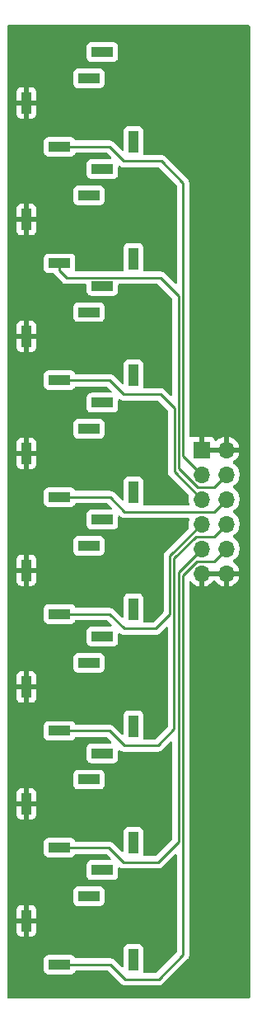
<source format=gbr>
G04 #@! TF.GenerationSoftware,KiCad,Pcbnew,9.0.0*
G04 #@! TF.CreationDate,2025-02-23T16:06:52-07:00*
G04 #@! TF.ProjectId,Patch_Bay,50617463-685f-4426-9179-2e6b69636164,rev?*
G04 #@! TF.SameCoordinates,Original*
G04 #@! TF.FileFunction,Copper,L1,Top*
G04 #@! TF.FilePolarity,Positive*
%FSLAX46Y46*%
G04 Gerber Fmt 4.6, Leading zero omitted, Abs format (unit mm)*
G04 Created by KiCad (PCBNEW 9.0.0) date 2025-02-23 16:06:52*
%MOMM*%
%LPD*%
G01*
G04 APERTURE LIST*
G04 #@! TA.AperFunction,ComponentPad*
%ADD10R,1.000000X2.200000*%
G04 #@! TD*
G04 #@! TA.AperFunction,ComponentPad*
%ADD11R,2.200000X1.000000*%
G04 #@! TD*
G04 #@! TA.AperFunction,ComponentPad*
%ADD12R,1.700000X1.700000*%
G04 #@! TD*
G04 #@! TA.AperFunction,ComponentPad*
%ADD13O,1.700000X1.700000*%
G04 #@! TD*
G04 #@! TA.AperFunction,Conductor*
%ADD14C,0.250000*%
G04 #@! TD*
G04 APERTURE END LIST*
D10*
X2000000Y-8000000D03*
X13000000Y-12000000D03*
D11*
X5400000Y-12500000D03*
X8400000Y-5500000D03*
X9800000Y-2800000D03*
D10*
X2000000Y-20000000D03*
X13000000Y-24000000D03*
D11*
X5400000Y-24500000D03*
X8400000Y-17500000D03*
X9800000Y-14800000D03*
D10*
X2000000Y-32000000D03*
X13000000Y-36000000D03*
D11*
X5400000Y-36500000D03*
X8400000Y-29500000D03*
X9800000Y-26800000D03*
D10*
X2000000Y-44000000D03*
X13000000Y-48000000D03*
D11*
X5400000Y-48500000D03*
X8400000Y-41500000D03*
X9800000Y-38800000D03*
D10*
X2000000Y-56000000D03*
X13000000Y-60000000D03*
D11*
X5400000Y-60500000D03*
X8400000Y-53500000D03*
X9800000Y-50800000D03*
D10*
X2000000Y-68000000D03*
X13000000Y-72000000D03*
D11*
X5400000Y-72500000D03*
X8400000Y-65500000D03*
X9800000Y-62800000D03*
D10*
X2000000Y-80000000D03*
X13000000Y-84000000D03*
D11*
X5400000Y-84500000D03*
X8400000Y-77500000D03*
X9800000Y-74800000D03*
D10*
X2000000Y-92000000D03*
X13000000Y-96000000D03*
D11*
X5400000Y-96500000D03*
X8400000Y-89500000D03*
X9800000Y-86800000D03*
D12*
X20000000Y-43650000D03*
D13*
X22540000Y-43650000D03*
X20000000Y-46190000D03*
X22540000Y-46190000D03*
X20000000Y-48730000D03*
X22540000Y-48730000D03*
X20000000Y-51270000D03*
X22540000Y-51270000D03*
X20000000Y-53810000D03*
X22540000Y-53810000D03*
X20000000Y-56350000D03*
X22540000Y-56350000D03*
D14*
X18088202Y-38979420D02*
X18087771Y-38978989D01*
X11993880Y-13997940D02*
X10495940Y-12500000D01*
X18088202Y-44278202D02*
X18088202Y-38979420D01*
X20000000Y-46190000D02*
X18088202Y-44278202D01*
X10495940Y-12500000D02*
X6750000Y-12500000D01*
X18084800Y-16233140D02*
X15849600Y-13997940D01*
X6750000Y-12500000D02*
X5400000Y-12500000D01*
X18087771Y-38978989D02*
X18087771Y-27657080D01*
X15849600Y-13997940D02*
X11993880Y-13997940D01*
X18084800Y-27654109D02*
X18084800Y-16233140D01*
X18087771Y-27657080D02*
X18084800Y-27654109D01*
X17637760Y-27843480D02*
X15765780Y-25971500D01*
X22540000Y-46190000D02*
X21249780Y-47480220D01*
X15765780Y-25971500D02*
X6121500Y-25971500D01*
X21249780Y-47480220D02*
X19551218Y-47480220D01*
X17637760Y-39165389D02*
X17637760Y-27843480D01*
X6121500Y-25971500D02*
X5400000Y-25250000D01*
X17638191Y-45567193D02*
X17638191Y-39165820D01*
X17638191Y-39165820D02*
X17637760Y-39165389D01*
X19551218Y-47480220D02*
X17638191Y-45567193D01*
X5400000Y-25250000D02*
X5400000Y-24500000D01*
X11978640Y-37947600D02*
X15783560Y-37947600D01*
X17188180Y-39352220D02*
X17188180Y-45918180D01*
X5400000Y-36500000D02*
X10531040Y-36500000D01*
X15783560Y-37947600D02*
X17188180Y-39352220D01*
X10531040Y-36500000D02*
X11978640Y-37947600D01*
X17188180Y-45918180D02*
X20000000Y-48730000D01*
X21690001Y-49579999D02*
X22540000Y-48730000D01*
X5400000Y-48500000D02*
X10590500Y-48500000D01*
X21265020Y-50004980D02*
X21690001Y-49579999D01*
X10590500Y-48500000D02*
X12095480Y-50004980D01*
X12095480Y-50004980D02*
X21265020Y-50004980D01*
X20000000Y-51270000D02*
X16722070Y-54547930D01*
X15278100Y-62001400D02*
X12029440Y-62001400D01*
X12029440Y-62001400D02*
X10528040Y-60500000D01*
X16722070Y-54547930D02*
X16722070Y-60557430D01*
X10528040Y-60500000D02*
X5400000Y-60500000D01*
X16722070Y-60557430D02*
X15278100Y-62001400D01*
X17172080Y-54796280D02*
X17172080Y-72329900D01*
X21270100Y-52539900D02*
X19428460Y-52539900D01*
X22540000Y-51270000D02*
X21270100Y-52539900D01*
X15494000Y-74007980D02*
X12019280Y-74007980D01*
X19428460Y-52539900D02*
X17172080Y-54796280D01*
X12019280Y-74007980D02*
X10511300Y-72500000D01*
X17172080Y-72329900D02*
X15494000Y-74007980D01*
X10511300Y-72500000D02*
X5400000Y-72500000D01*
X17622090Y-56187910D02*
X17622090Y-83891550D01*
X20000000Y-53810000D02*
X17622090Y-56187910D01*
X17622090Y-83891550D02*
X15509240Y-86004400D01*
X15509240Y-86004400D02*
X11978640Y-86004400D01*
X11978640Y-86004400D02*
X10474240Y-84500000D01*
X10474240Y-84500000D02*
X5400000Y-84500000D01*
X10635300Y-96500000D02*
X5400000Y-96500000D01*
X18072100Y-56538898D02*
X18072100Y-95498920D01*
X21254860Y-55095140D02*
X19515858Y-55095140D01*
X22540000Y-53810000D02*
X21254860Y-55095140D01*
X12131040Y-97995740D02*
X10635300Y-96500000D01*
X19515858Y-55095140D02*
X18072100Y-56538898D01*
X15575280Y-97995740D02*
X12131040Y-97995740D01*
X18072100Y-95498920D02*
X15575280Y-97995740D01*
G04 #@! TA.AperFunction,Conductor*
G36*
X22074075Y-56157007D02*
G01*
X22040000Y-56284174D01*
X22040000Y-56415826D01*
X22074075Y-56542993D01*
X22109297Y-56604000D01*
X20430703Y-56604000D01*
X20465925Y-56542993D01*
X20500000Y-56415826D01*
X20500000Y-56284174D01*
X20465925Y-56157007D01*
X20430703Y-56096000D01*
X22109297Y-56096000D01*
X22074075Y-56157007D01*
G37*
G04 #@! TD.AperFunction*
G04 #@! TA.AperFunction,Conductor*
G36*
X22074075Y-43457007D02*
G01*
X22040000Y-43584174D01*
X22040000Y-43715826D01*
X22074075Y-43842993D01*
X22109297Y-43904000D01*
X20430703Y-43904000D01*
X20465925Y-43842993D01*
X20500000Y-43715826D01*
X20500000Y-43584174D01*
X20465925Y-43457007D01*
X20430703Y-43396000D01*
X22109297Y-43396000D01*
X22074075Y-43457007D01*
G37*
G04 #@! TD.AperFunction*
G04 #@! TA.AperFunction,Conductor*
G36*
X24916621Y-45502D02*
G01*
X24963114Y-99158D01*
X24974500Y-151500D01*
X24974500Y-86546407D01*
X24970783Y-99848535D01*
X24950762Y-99916650D01*
X24897093Y-99963128D01*
X24844783Y-99974500D01*
X171655Y-99974500D01*
X103534Y-99954498D01*
X57041Y-99900842D01*
X45655Y-99848554D01*
X42762Y-93148597D01*
X992000Y-93148597D01*
X998505Y-93209093D01*
X1049555Y-93345964D01*
X1049555Y-93345965D01*
X1137095Y-93462904D01*
X1254034Y-93550444D01*
X1390906Y-93601494D01*
X1451402Y-93607999D01*
X1451415Y-93608000D01*
X1746000Y-93608000D01*
X2254000Y-93608000D01*
X2548585Y-93608000D01*
X2548597Y-93607999D01*
X2609093Y-93601494D01*
X2745964Y-93550444D01*
X2745965Y-93550444D01*
X2862904Y-93462904D01*
X2950444Y-93345965D01*
X2950444Y-93345964D01*
X3001494Y-93209093D01*
X3007999Y-93148597D01*
X3008000Y-93148585D01*
X3008000Y-92254000D01*
X2254000Y-92254000D01*
X2254000Y-93608000D01*
X1746000Y-93608000D01*
X1746000Y-92254000D01*
X992000Y-92254000D01*
X992000Y-93148597D01*
X42762Y-93148597D01*
X42353Y-92201863D01*
X41770Y-90851402D01*
X992000Y-90851402D01*
X992000Y-91746000D01*
X1746000Y-91746000D01*
X1746000Y-91560218D01*
X1800000Y-91560218D01*
X1800000Y-92439782D01*
X1830448Y-92513291D01*
X1886709Y-92569552D01*
X1960218Y-92600000D01*
X2039782Y-92600000D01*
X2113291Y-92569552D01*
X2169552Y-92513291D01*
X2200000Y-92439782D01*
X2200000Y-91746000D01*
X2254000Y-91746000D01*
X3008000Y-91746000D01*
X3008000Y-90851414D01*
X3007999Y-90851402D01*
X3001494Y-90790906D01*
X2950444Y-90654035D01*
X2950444Y-90654034D01*
X2862904Y-90537095D01*
X2745965Y-90449555D01*
X2609093Y-90398505D01*
X2548597Y-90392000D01*
X2254000Y-90392000D01*
X2254000Y-91746000D01*
X2200000Y-91746000D01*
X2200000Y-91560218D01*
X2169552Y-91486709D01*
X2113291Y-91430448D01*
X2039782Y-91400000D01*
X1960218Y-91400000D01*
X1886709Y-91430448D01*
X1830448Y-91486709D01*
X1800000Y-91560218D01*
X1746000Y-91560218D01*
X1746000Y-90392000D01*
X1451402Y-90392000D01*
X1390906Y-90398505D01*
X1254035Y-90449555D01*
X1254034Y-90449555D01*
X1137095Y-90537095D01*
X1049555Y-90654034D01*
X1049555Y-90654035D01*
X998505Y-90790906D01*
X992000Y-90851402D01*
X41770Y-90851402D01*
X41769Y-90848089D01*
X40950Y-88951350D01*
X6791500Y-88951350D01*
X6791500Y-90048649D01*
X6798009Y-90109196D01*
X6798011Y-90109204D01*
X6849110Y-90246202D01*
X6849112Y-90246207D01*
X6936738Y-90363261D01*
X7053792Y-90450887D01*
X7053794Y-90450888D01*
X7053796Y-90450889D01*
X7112875Y-90472924D01*
X7190795Y-90501988D01*
X7190803Y-90501990D01*
X7251350Y-90508499D01*
X7251355Y-90508499D01*
X7251362Y-90508500D01*
X7251368Y-90508500D01*
X9548632Y-90508500D01*
X9548638Y-90508500D01*
X9548645Y-90508499D01*
X9548649Y-90508499D01*
X9609196Y-90501990D01*
X9609199Y-90501989D01*
X9609201Y-90501989D01*
X9746204Y-90450889D01*
X9863261Y-90363261D01*
X9950889Y-90246204D01*
X10001989Y-90109201D01*
X10008500Y-90048638D01*
X10008500Y-88951362D01*
X10008143Y-88948042D01*
X10001990Y-88890803D01*
X10001988Y-88890795D01*
X9950889Y-88753797D01*
X9950887Y-88753792D01*
X9863261Y-88636738D01*
X9746207Y-88549112D01*
X9746202Y-88549110D01*
X9609204Y-88498011D01*
X9609196Y-88498009D01*
X9548649Y-88491500D01*
X9548638Y-88491500D01*
X7251362Y-88491500D01*
X7251350Y-88491500D01*
X7190803Y-88498009D01*
X7190795Y-88498011D01*
X7053797Y-88549110D01*
X7053792Y-88549112D01*
X6936738Y-88636738D01*
X6849112Y-88753792D01*
X6849110Y-88753797D01*
X6798011Y-88890795D01*
X6798009Y-88890803D01*
X6791500Y-88951350D01*
X40950Y-88951350D01*
X40949Y-88948042D01*
X37581Y-81148597D01*
X992000Y-81148597D01*
X998505Y-81209093D01*
X1049555Y-81345964D01*
X1049555Y-81345965D01*
X1137095Y-81462904D01*
X1254034Y-81550444D01*
X1390906Y-81601494D01*
X1451402Y-81607999D01*
X1451415Y-81608000D01*
X1746000Y-81608000D01*
X2254000Y-81608000D01*
X2548585Y-81608000D01*
X2548597Y-81607999D01*
X2609093Y-81601494D01*
X2745964Y-81550444D01*
X2745965Y-81550444D01*
X2862904Y-81462904D01*
X2950444Y-81345965D01*
X2950444Y-81345964D01*
X3001494Y-81209093D01*
X3007999Y-81148597D01*
X3008000Y-81148585D01*
X3008000Y-80254000D01*
X2254000Y-80254000D01*
X2254000Y-81608000D01*
X1746000Y-81608000D01*
X1746000Y-80254000D01*
X992000Y-80254000D01*
X992000Y-81148597D01*
X37581Y-81148597D01*
X37172Y-80201863D01*
X36589Y-78851402D01*
X992000Y-78851402D01*
X992000Y-79746000D01*
X1746000Y-79746000D01*
X1746000Y-79560218D01*
X1800000Y-79560218D01*
X1800000Y-80439782D01*
X1830448Y-80513291D01*
X1886709Y-80569552D01*
X1960218Y-80600000D01*
X2039782Y-80600000D01*
X2113291Y-80569552D01*
X2169552Y-80513291D01*
X2200000Y-80439782D01*
X2200000Y-79746000D01*
X2254000Y-79746000D01*
X3008000Y-79746000D01*
X3008000Y-78851414D01*
X3007999Y-78851402D01*
X3001494Y-78790906D01*
X2950444Y-78654035D01*
X2950444Y-78654034D01*
X2862904Y-78537095D01*
X2745965Y-78449555D01*
X2609093Y-78398505D01*
X2548597Y-78392000D01*
X2254000Y-78392000D01*
X2254000Y-79746000D01*
X2200000Y-79746000D01*
X2200000Y-79560218D01*
X2169552Y-79486709D01*
X2113291Y-79430448D01*
X2039782Y-79400000D01*
X1960218Y-79400000D01*
X1886709Y-79430448D01*
X1830448Y-79486709D01*
X1800000Y-79560218D01*
X1746000Y-79560218D01*
X1746000Y-78392000D01*
X1451402Y-78392000D01*
X1390906Y-78398505D01*
X1254035Y-78449555D01*
X1254034Y-78449555D01*
X1137095Y-78537095D01*
X1049555Y-78654034D01*
X1049555Y-78654035D01*
X998505Y-78790906D01*
X992000Y-78851402D01*
X36589Y-78851402D01*
X36588Y-78848089D01*
X35769Y-76951350D01*
X6791500Y-76951350D01*
X6791500Y-78048649D01*
X6798009Y-78109196D01*
X6798011Y-78109204D01*
X6849110Y-78246202D01*
X6849112Y-78246207D01*
X6936738Y-78363261D01*
X7053792Y-78450887D01*
X7053794Y-78450888D01*
X7053796Y-78450889D01*
X7112875Y-78472924D01*
X7190795Y-78501988D01*
X7190803Y-78501990D01*
X7251350Y-78508499D01*
X7251355Y-78508499D01*
X7251362Y-78508500D01*
X7251368Y-78508500D01*
X9548632Y-78508500D01*
X9548638Y-78508500D01*
X9548645Y-78508499D01*
X9548649Y-78508499D01*
X9609196Y-78501990D01*
X9609199Y-78501989D01*
X9609201Y-78501989D01*
X9746204Y-78450889D01*
X9863261Y-78363261D01*
X9950889Y-78246204D01*
X10001989Y-78109201D01*
X10008500Y-78048638D01*
X10008500Y-76951362D01*
X10008143Y-76948042D01*
X10001990Y-76890803D01*
X10001988Y-76890795D01*
X9950889Y-76753797D01*
X9950887Y-76753792D01*
X9863261Y-76636738D01*
X9746207Y-76549112D01*
X9746202Y-76549110D01*
X9609204Y-76498011D01*
X9609196Y-76498009D01*
X9548649Y-76491500D01*
X9548638Y-76491500D01*
X7251362Y-76491500D01*
X7251350Y-76491500D01*
X7190803Y-76498009D01*
X7190795Y-76498011D01*
X7053797Y-76549110D01*
X7053792Y-76549112D01*
X6936738Y-76636738D01*
X6849112Y-76753792D01*
X6849110Y-76753797D01*
X6798011Y-76890795D01*
X6798009Y-76890803D01*
X6791500Y-76951350D01*
X35769Y-76951350D01*
X35768Y-76948042D01*
X32400Y-69148597D01*
X992000Y-69148597D01*
X998505Y-69209093D01*
X1049555Y-69345964D01*
X1049555Y-69345965D01*
X1137095Y-69462904D01*
X1254034Y-69550444D01*
X1390906Y-69601494D01*
X1451402Y-69607999D01*
X1451415Y-69608000D01*
X1746000Y-69608000D01*
X2254000Y-69608000D01*
X2548585Y-69608000D01*
X2548597Y-69607999D01*
X2609093Y-69601494D01*
X2745964Y-69550444D01*
X2745965Y-69550444D01*
X2862904Y-69462904D01*
X2950444Y-69345965D01*
X2950444Y-69345964D01*
X3001494Y-69209093D01*
X3007999Y-69148597D01*
X3008000Y-69148585D01*
X3008000Y-68254000D01*
X2254000Y-68254000D01*
X2254000Y-69608000D01*
X1746000Y-69608000D01*
X1746000Y-68254000D01*
X992000Y-68254000D01*
X992000Y-69148597D01*
X32400Y-69148597D01*
X31991Y-68201863D01*
X31407Y-66851402D01*
X992000Y-66851402D01*
X992000Y-67746000D01*
X1746000Y-67746000D01*
X1746000Y-67560218D01*
X1800000Y-67560218D01*
X1800000Y-68439782D01*
X1830448Y-68513291D01*
X1886709Y-68569552D01*
X1960218Y-68600000D01*
X2039782Y-68600000D01*
X2113291Y-68569552D01*
X2169552Y-68513291D01*
X2200000Y-68439782D01*
X2200000Y-67746000D01*
X2254000Y-67746000D01*
X3008000Y-67746000D01*
X3008000Y-66851414D01*
X3007999Y-66851402D01*
X3001494Y-66790906D01*
X2950444Y-66654035D01*
X2950444Y-66654034D01*
X2862904Y-66537095D01*
X2745965Y-66449555D01*
X2609093Y-66398505D01*
X2548597Y-66392000D01*
X2254000Y-66392000D01*
X2254000Y-67746000D01*
X2200000Y-67746000D01*
X2200000Y-67560218D01*
X2169552Y-67486709D01*
X2113291Y-67430448D01*
X2039782Y-67400000D01*
X1960218Y-67400000D01*
X1886709Y-67430448D01*
X1830448Y-67486709D01*
X1800000Y-67560218D01*
X1746000Y-67560218D01*
X1746000Y-66392000D01*
X1451402Y-66392000D01*
X1390906Y-66398505D01*
X1254035Y-66449555D01*
X1254034Y-66449555D01*
X1137095Y-66537095D01*
X1049555Y-66654034D01*
X1049555Y-66654035D01*
X998505Y-66790906D01*
X992000Y-66851402D01*
X31407Y-66851402D01*
X31406Y-66848089D01*
X30587Y-64951350D01*
X6791500Y-64951350D01*
X6791500Y-66048649D01*
X6798009Y-66109196D01*
X6798011Y-66109204D01*
X6849110Y-66246202D01*
X6849112Y-66246207D01*
X6936738Y-66363261D01*
X7053792Y-66450887D01*
X7053794Y-66450888D01*
X7053796Y-66450889D01*
X7112875Y-66472924D01*
X7190795Y-66501988D01*
X7190803Y-66501990D01*
X7251350Y-66508499D01*
X7251355Y-66508499D01*
X7251362Y-66508500D01*
X7251368Y-66508500D01*
X9548632Y-66508500D01*
X9548638Y-66508500D01*
X9548645Y-66508499D01*
X9548649Y-66508499D01*
X9609196Y-66501990D01*
X9609199Y-66501989D01*
X9609201Y-66501989D01*
X9746204Y-66450889D01*
X9863261Y-66363261D01*
X9950889Y-66246204D01*
X10001989Y-66109201D01*
X10008500Y-66048638D01*
X10008500Y-64951362D01*
X10008143Y-64948042D01*
X10001990Y-64890803D01*
X10001988Y-64890795D01*
X9950889Y-64753797D01*
X9950887Y-64753792D01*
X9863261Y-64636738D01*
X9746207Y-64549112D01*
X9746202Y-64549110D01*
X9609204Y-64498011D01*
X9609196Y-64498009D01*
X9548649Y-64491500D01*
X9548638Y-64491500D01*
X7251362Y-64491500D01*
X7251350Y-64491500D01*
X7190803Y-64498009D01*
X7190795Y-64498011D01*
X7053797Y-64549110D01*
X7053792Y-64549112D01*
X6936738Y-64636738D01*
X6849112Y-64753792D01*
X6849110Y-64753797D01*
X6798011Y-64890795D01*
X6798009Y-64890803D01*
X6791500Y-64951350D01*
X30587Y-64951350D01*
X30586Y-64948042D01*
X27218Y-57148597D01*
X992000Y-57148597D01*
X998505Y-57209093D01*
X1049555Y-57345964D01*
X1049555Y-57345965D01*
X1137095Y-57462904D01*
X1254034Y-57550444D01*
X1390906Y-57601494D01*
X1451402Y-57607999D01*
X1451415Y-57608000D01*
X1746000Y-57608000D01*
X2254000Y-57608000D01*
X2548585Y-57608000D01*
X2548597Y-57607999D01*
X2609093Y-57601494D01*
X2745964Y-57550444D01*
X2745965Y-57550444D01*
X2862904Y-57462904D01*
X2950444Y-57345965D01*
X2950444Y-57345964D01*
X3001494Y-57209093D01*
X3007999Y-57148597D01*
X3008000Y-57148585D01*
X3008000Y-56254000D01*
X2254000Y-56254000D01*
X2254000Y-57608000D01*
X1746000Y-57608000D01*
X1746000Y-56254000D01*
X992000Y-56254000D01*
X992000Y-57148597D01*
X27218Y-57148597D01*
X26809Y-56201863D01*
X26225Y-54851402D01*
X992000Y-54851402D01*
X992000Y-55746000D01*
X1746000Y-55746000D01*
X1746000Y-55560218D01*
X1800000Y-55560218D01*
X1800000Y-56439782D01*
X1830448Y-56513291D01*
X1886709Y-56569552D01*
X1960218Y-56600000D01*
X2039782Y-56600000D01*
X2113291Y-56569552D01*
X2169552Y-56513291D01*
X2200000Y-56439782D01*
X2200000Y-55746000D01*
X2254000Y-55746000D01*
X3008000Y-55746000D01*
X3008000Y-54851414D01*
X3007999Y-54851402D01*
X3001494Y-54790906D01*
X2950444Y-54654035D01*
X2950444Y-54654034D01*
X2862904Y-54537095D01*
X2745965Y-54449555D01*
X2609093Y-54398505D01*
X2548597Y-54392000D01*
X2254000Y-54392000D01*
X2254000Y-55746000D01*
X2200000Y-55746000D01*
X2200000Y-55560218D01*
X2169552Y-55486709D01*
X2113291Y-55430448D01*
X2039782Y-55400000D01*
X1960218Y-55400000D01*
X1886709Y-55430448D01*
X1830448Y-55486709D01*
X1800000Y-55560218D01*
X1746000Y-55560218D01*
X1746000Y-54392000D01*
X1451402Y-54392000D01*
X1390906Y-54398505D01*
X1254035Y-54449555D01*
X1254034Y-54449555D01*
X1137095Y-54537095D01*
X1049555Y-54654034D01*
X1049555Y-54654035D01*
X998505Y-54790906D01*
X992000Y-54851402D01*
X26225Y-54851402D01*
X26224Y-54848089D01*
X25500Y-53171574D01*
X25500Y-52951350D01*
X6791500Y-52951350D01*
X6791500Y-54048649D01*
X6798009Y-54109196D01*
X6798011Y-54109204D01*
X6849110Y-54246202D01*
X6849112Y-54246207D01*
X6936738Y-54363261D01*
X7053792Y-54450887D01*
X7053794Y-54450888D01*
X7053796Y-54450889D01*
X7112875Y-54472924D01*
X7190795Y-54501988D01*
X7190803Y-54501990D01*
X7251350Y-54508499D01*
X7251355Y-54508499D01*
X7251362Y-54508500D01*
X7251368Y-54508500D01*
X9548632Y-54508500D01*
X9548638Y-54508500D01*
X9548645Y-54508499D01*
X9548649Y-54508499D01*
X9609196Y-54501990D01*
X9609199Y-54501989D01*
X9609201Y-54501989D01*
X9746204Y-54450889D01*
X9863261Y-54363261D01*
X9950889Y-54246204D01*
X10001989Y-54109201D01*
X10008500Y-54048638D01*
X10008500Y-52951362D01*
X10008499Y-52951350D01*
X10001990Y-52890803D01*
X10001988Y-52890795D01*
X9958349Y-52773798D01*
X9950889Y-52753796D01*
X9950888Y-52753794D01*
X9950887Y-52753792D01*
X9863261Y-52636738D01*
X9746207Y-52549112D01*
X9746202Y-52549110D01*
X9609204Y-52498011D01*
X9609196Y-52498009D01*
X9548649Y-52491500D01*
X9548638Y-52491500D01*
X7251362Y-52491500D01*
X7251350Y-52491500D01*
X7190803Y-52498009D01*
X7190795Y-52498011D01*
X7053797Y-52549110D01*
X7053792Y-52549112D01*
X6936738Y-52636738D01*
X6849112Y-52753792D01*
X6849110Y-52753797D01*
X6798011Y-52890795D01*
X6798009Y-52890803D01*
X6791500Y-52951350D01*
X25500Y-52951350D01*
X25500Y-45148597D01*
X992000Y-45148597D01*
X998505Y-45209093D01*
X1049555Y-45345964D01*
X1049555Y-45345965D01*
X1137095Y-45462904D01*
X1254034Y-45550444D01*
X1390906Y-45601494D01*
X1451402Y-45607999D01*
X1451415Y-45608000D01*
X1746000Y-45608000D01*
X2254000Y-45608000D01*
X2548585Y-45608000D01*
X2548597Y-45607999D01*
X2609093Y-45601494D01*
X2745964Y-45550444D01*
X2745965Y-45550444D01*
X2862904Y-45462904D01*
X2950444Y-45345965D01*
X2950444Y-45345964D01*
X3001494Y-45209093D01*
X3007999Y-45148597D01*
X3008000Y-45148585D01*
X3008000Y-44254000D01*
X2254000Y-44254000D01*
X2254000Y-45608000D01*
X1746000Y-45608000D01*
X1746000Y-44254000D01*
X992000Y-44254000D01*
X992000Y-45148597D01*
X25500Y-45148597D01*
X25500Y-42851402D01*
X992000Y-42851402D01*
X992000Y-43746000D01*
X1746000Y-43746000D01*
X1746000Y-43560218D01*
X1800000Y-43560218D01*
X1800000Y-44439782D01*
X1830448Y-44513291D01*
X1886709Y-44569552D01*
X1960218Y-44600000D01*
X2039782Y-44600000D01*
X2113291Y-44569552D01*
X2169552Y-44513291D01*
X2200000Y-44439782D01*
X2200000Y-43746000D01*
X2254000Y-43746000D01*
X3008000Y-43746000D01*
X3008000Y-42851414D01*
X3007999Y-42851402D01*
X3001494Y-42790906D01*
X2950444Y-42654035D01*
X2950444Y-42654034D01*
X2862904Y-42537095D01*
X2745965Y-42449555D01*
X2609093Y-42398505D01*
X2548597Y-42392000D01*
X2254000Y-42392000D01*
X2254000Y-43746000D01*
X2200000Y-43746000D01*
X2200000Y-43560218D01*
X2169552Y-43486709D01*
X2113291Y-43430448D01*
X2039782Y-43400000D01*
X1960218Y-43400000D01*
X1886709Y-43430448D01*
X1830448Y-43486709D01*
X1800000Y-43560218D01*
X1746000Y-43560218D01*
X1746000Y-42392000D01*
X1451402Y-42392000D01*
X1390906Y-42398505D01*
X1254035Y-42449555D01*
X1254034Y-42449555D01*
X1137095Y-42537095D01*
X1049555Y-42654034D01*
X1049555Y-42654035D01*
X998505Y-42790906D01*
X992000Y-42851402D01*
X25500Y-42851402D01*
X25500Y-40951350D01*
X6791500Y-40951350D01*
X6791500Y-42048649D01*
X6798009Y-42109196D01*
X6798011Y-42109204D01*
X6849110Y-42246202D01*
X6849112Y-42246207D01*
X6936738Y-42363261D01*
X7053792Y-42450887D01*
X7053794Y-42450888D01*
X7053796Y-42450889D01*
X7112875Y-42472924D01*
X7190795Y-42501988D01*
X7190803Y-42501990D01*
X7251350Y-42508499D01*
X7251355Y-42508499D01*
X7251362Y-42508500D01*
X7251368Y-42508500D01*
X9548632Y-42508500D01*
X9548638Y-42508500D01*
X9548645Y-42508499D01*
X9548649Y-42508499D01*
X9609196Y-42501990D01*
X9609199Y-42501989D01*
X9609201Y-42501989D01*
X9746204Y-42450889D01*
X9863261Y-42363261D01*
X9911737Y-42298505D01*
X9950887Y-42246207D01*
X9950887Y-42246206D01*
X9950889Y-42246204D01*
X10001989Y-42109201D01*
X10008500Y-42048638D01*
X10008500Y-40951362D01*
X10008499Y-40951350D01*
X10001990Y-40890803D01*
X10001988Y-40890795D01*
X9950889Y-40753797D01*
X9950887Y-40753792D01*
X9863261Y-40636738D01*
X9746207Y-40549112D01*
X9746202Y-40549110D01*
X9609204Y-40498011D01*
X9609196Y-40498009D01*
X9548649Y-40491500D01*
X9548638Y-40491500D01*
X7251362Y-40491500D01*
X7251350Y-40491500D01*
X7190803Y-40498009D01*
X7190795Y-40498011D01*
X7053797Y-40549110D01*
X7053792Y-40549112D01*
X6936738Y-40636738D01*
X6849112Y-40753792D01*
X6849110Y-40753797D01*
X6798011Y-40890795D01*
X6798009Y-40890803D01*
X6791500Y-40951350D01*
X25500Y-40951350D01*
X25500Y-33148597D01*
X992000Y-33148597D01*
X998505Y-33209093D01*
X1049555Y-33345964D01*
X1049555Y-33345965D01*
X1137095Y-33462904D01*
X1254034Y-33550444D01*
X1390906Y-33601494D01*
X1451402Y-33607999D01*
X1451415Y-33608000D01*
X1746000Y-33608000D01*
X2254000Y-33608000D01*
X2548585Y-33608000D01*
X2548597Y-33607999D01*
X2609093Y-33601494D01*
X2745964Y-33550444D01*
X2745965Y-33550444D01*
X2862904Y-33462904D01*
X2950444Y-33345965D01*
X2950444Y-33345964D01*
X3001494Y-33209093D01*
X3007999Y-33148597D01*
X3008000Y-33148585D01*
X3008000Y-32254000D01*
X2254000Y-32254000D01*
X2254000Y-33608000D01*
X1746000Y-33608000D01*
X1746000Y-32254000D01*
X992000Y-32254000D01*
X992000Y-33148597D01*
X25500Y-33148597D01*
X25500Y-30851402D01*
X992000Y-30851402D01*
X992000Y-31746000D01*
X1746000Y-31746000D01*
X1746000Y-31560218D01*
X1800000Y-31560218D01*
X1800000Y-32439782D01*
X1830448Y-32513291D01*
X1886709Y-32569552D01*
X1960218Y-32600000D01*
X2039782Y-32600000D01*
X2113291Y-32569552D01*
X2169552Y-32513291D01*
X2200000Y-32439782D01*
X2200000Y-31746000D01*
X2254000Y-31746000D01*
X3008000Y-31746000D01*
X3008000Y-30851414D01*
X3007999Y-30851402D01*
X3001494Y-30790906D01*
X2950444Y-30654035D01*
X2950444Y-30654034D01*
X2862904Y-30537095D01*
X2745965Y-30449555D01*
X2609093Y-30398505D01*
X2548597Y-30392000D01*
X2254000Y-30392000D01*
X2254000Y-31746000D01*
X2200000Y-31746000D01*
X2200000Y-31560218D01*
X2169552Y-31486709D01*
X2113291Y-31430448D01*
X2039782Y-31400000D01*
X1960218Y-31400000D01*
X1886709Y-31430448D01*
X1830448Y-31486709D01*
X1800000Y-31560218D01*
X1746000Y-31560218D01*
X1746000Y-30392000D01*
X1451402Y-30392000D01*
X1390906Y-30398505D01*
X1254035Y-30449555D01*
X1254034Y-30449555D01*
X1137095Y-30537095D01*
X1049555Y-30654034D01*
X1049555Y-30654035D01*
X998505Y-30790906D01*
X992000Y-30851402D01*
X25500Y-30851402D01*
X25500Y-28951350D01*
X6791500Y-28951350D01*
X6791500Y-30048649D01*
X6798009Y-30109196D01*
X6798011Y-30109204D01*
X6849110Y-30246202D01*
X6849112Y-30246207D01*
X6936738Y-30363261D01*
X7053792Y-30450887D01*
X7053794Y-30450888D01*
X7053796Y-30450889D01*
X7112875Y-30472924D01*
X7190795Y-30501988D01*
X7190803Y-30501990D01*
X7251350Y-30508499D01*
X7251355Y-30508499D01*
X7251362Y-30508500D01*
X7251368Y-30508500D01*
X9548632Y-30508500D01*
X9548638Y-30508500D01*
X9548645Y-30508499D01*
X9548649Y-30508499D01*
X9609196Y-30501990D01*
X9609199Y-30501989D01*
X9609201Y-30501989D01*
X9746204Y-30450889D01*
X9863261Y-30363261D01*
X9950889Y-30246204D01*
X10001989Y-30109201D01*
X10008500Y-30048638D01*
X10008500Y-28951362D01*
X10008499Y-28951350D01*
X10001990Y-28890803D01*
X10001988Y-28890795D01*
X9950889Y-28753797D01*
X9950887Y-28753792D01*
X9863261Y-28636738D01*
X9746207Y-28549112D01*
X9746202Y-28549110D01*
X9609204Y-28498011D01*
X9609196Y-28498009D01*
X9548649Y-28491500D01*
X9548638Y-28491500D01*
X7251362Y-28491500D01*
X7251350Y-28491500D01*
X7190803Y-28498009D01*
X7190795Y-28498011D01*
X7053797Y-28549110D01*
X7053792Y-28549112D01*
X6936738Y-28636738D01*
X6849112Y-28753792D01*
X6849110Y-28753797D01*
X6798011Y-28890795D01*
X6798009Y-28890803D01*
X6791500Y-28951350D01*
X25500Y-28951350D01*
X25500Y-21148597D01*
X992000Y-21148597D01*
X998505Y-21209093D01*
X1049555Y-21345964D01*
X1049555Y-21345965D01*
X1137095Y-21462904D01*
X1254034Y-21550444D01*
X1390906Y-21601494D01*
X1451402Y-21607999D01*
X1451415Y-21608000D01*
X1746000Y-21608000D01*
X2254000Y-21608000D01*
X2548585Y-21608000D01*
X2548597Y-21607999D01*
X2609093Y-21601494D01*
X2745964Y-21550444D01*
X2745965Y-21550444D01*
X2862904Y-21462904D01*
X2950444Y-21345965D01*
X2950444Y-21345964D01*
X3001494Y-21209093D01*
X3007999Y-21148597D01*
X3008000Y-21148585D01*
X3008000Y-20254000D01*
X2254000Y-20254000D01*
X2254000Y-21608000D01*
X1746000Y-21608000D01*
X1746000Y-20254000D01*
X992000Y-20254000D01*
X992000Y-21148597D01*
X25500Y-21148597D01*
X25500Y-18851402D01*
X992000Y-18851402D01*
X992000Y-19746000D01*
X1746000Y-19746000D01*
X1746000Y-19560218D01*
X1800000Y-19560218D01*
X1800000Y-20439782D01*
X1830448Y-20513291D01*
X1886709Y-20569552D01*
X1960218Y-20600000D01*
X2039782Y-20600000D01*
X2113291Y-20569552D01*
X2169552Y-20513291D01*
X2200000Y-20439782D01*
X2200000Y-19746000D01*
X2254000Y-19746000D01*
X3008000Y-19746000D01*
X3008000Y-18851414D01*
X3007999Y-18851402D01*
X3001494Y-18790906D01*
X2950444Y-18654035D01*
X2950444Y-18654034D01*
X2862904Y-18537095D01*
X2745965Y-18449555D01*
X2609093Y-18398505D01*
X2548597Y-18392000D01*
X2254000Y-18392000D01*
X2254000Y-19746000D01*
X2200000Y-19746000D01*
X2200000Y-19560218D01*
X2169552Y-19486709D01*
X2113291Y-19430448D01*
X2039782Y-19400000D01*
X1960218Y-19400000D01*
X1886709Y-19430448D01*
X1830448Y-19486709D01*
X1800000Y-19560218D01*
X1746000Y-19560218D01*
X1746000Y-18392000D01*
X1451402Y-18392000D01*
X1390906Y-18398505D01*
X1254035Y-18449555D01*
X1254034Y-18449555D01*
X1137095Y-18537095D01*
X1049555Y-18654034D01*
X1049555Y-18654035D01*
X998505Y-18790906D01*
X992000Y-18851402D01*
X25500Y-18851402D01*
X25500Y-16951350D01*
X6791500Y-16951350D01*
X6791500Y-18048649D01*
X6798009Y-18109196D01*
X6798011Y-18109204D01*
X6849110Y-18246202D01*
X6849112Y-18246207D01*
X6936738Y-18363261D01*
X7053792Y-18450887D01*
X7053794Y-18450888D01*
X7053796Y-18450889D01*
X7112875Y-18472924D01*
X7190795Y-18501988D01*
X7190803Y-18501990D01*
X7251350Y-18508499D01*
X7251355Y-18508499D01*
X7251362Y-18508500D01*
X7251368Y-18508500D01*
X9548632Y-18508500D01*
X9548638Y-18508500D01*
X9548645Y-18508499D01*
X9548649Y-18508499D01*
X9609196Y-18501990D01*
X9609199Y-18501989D01*
X9609201Y-18501989D01*
X9746204Y-18450889D01*
X9863261Y-18363261D01*
X9950889Y-18246204D01*
X10001989Y-18109201D01*
X10008500Y-18048638D01*
X10008500Y-16951362D01*
X10008499Y-16951350D01*
X10001990Y-16890803D01*
X10001988Y-16890795D01*
X9950889Y-16753797D01*
X9950887Y-16753792D01*
X9863261Y-16636738D01*
X9746207Y-16549112D01*
X9746202Y-16549110D01*
X9609204Y-16498011D01*
X9609196Y-16498009D01*
X9548649Y-16491500D01*
X9548638Y-16491500D01*
X7251362Y-16491500D01*
X7251350Y-16491500D01*
X7190803Y-16498009D01*
X7190795Y-16498011D01*
X7053797Y-16549110D01*
X7053792Y-16549112D01*
X6936738Y-16636738D01*
X6849112Y-16753792D01*
X6849110Y-16753797D01*
X6798011Y-16890795D01*
X6798009Y-16890803D01*
X6791500Y-16951350D01*
X25500Y-16951350D01*
X25500Y-11951350D01*
X3791500Y-11951350D01*
X3791500Y-13048649D01*
X3798009Y-13109196D01*
X3798011Y-13109204D01*
X3849110Y-13246202D01*
X3849112Y-13246207D01*
X3936738Y-13363261D01*
X4053792Y-13450887D01*
X4053794Y-13450888D01*
X4053796Y-13450889D01*
X4112875Y-13472924D01*
X4190795Y-13501988D01*
X4190803Y-13501990D01*
X4251350Y-13508499D01*
X4251355Y-13508499D01*
X4251362Y-13508500D01*
X4251368Y-13508500D01*
X6548632Y-13508500D01*
X6548638Y-13508500D01*
X6548645Y-13508499D01*
X6548649Y-13508499D01*
X6609196Y-13501990D01*
X6609199Y-13501989D01*
X6609201Y-13501989D01*
X6746204Y-13450889D01*
X6863261Y-13363261D01*
X6950889Y-13246204D01*
X6962354Y-13215466D01*
X7004901Y-13158631D01*
X7071422Y-13133821D01*
X7080409Y-13133500D01*
X10181346Y-13133500D01*
X10249467Y-13153502D01*
X10270441Y-13170405D01*
X10676441Y-13576405D01*
X10710467Y-13638717D01*
X10705402Y-13709532D01*
X10662855Y-13766368D01*
X10596335Y-13791179D01*
X10587346Y-13791500D01*
X8651350Y-13791500D01*
X8590803Y-13798009D01*
X8590795Y-13798011D01*
X8453797Y-13849110D01*
X8453792Y-13849112D01*
X8336738Y-13936738D01*
X8249112Y-14053792D01*
X8249110Y-14053797D01*
X8198011Y-14190795D01*
X8198009Y-14190803D01*
X8191500Y-14251350D01*
X8191500Y-15348649D01*
X8198009Y-15409196D01*
X8198011Y-15409204D01*
X8249110Y-15546202D01*
X8249112Y-15546207D01*
X8336738Y-15663261D01*
X8453792Y-15750887D01*
X8453794Y-15750888D01*
X8453796Y-15750889D01*
X8512875Y-15772924D01*
X8590795Y-15801988D01*
X8590803Y-15801990D01*
X8651350Y-15808499D01*
X8651355Y-15808499D01*
X8651362Y-15808500D01*
X8651368Y-15808500D01*
X10948632Y-15808500D01*
X10948638Y-15808500D01*
X10948645Y-15808499D01*
X10948649Y-15808499D01*
X11009196Y-15801990D01*
X11009199Y-15801989D01*
X11009201Y-15801989D01*
X11146204Y-15750889D01*
X11263261Y-15663261D01*
X11350889Y-15546204D01*
X11401989Y-15409201D01*
X11408500Y-15348638D01*
X11408500Y-14604434D01*
X11428502Y-14536313D01*
X11482158Y-14489820D01*
X11552432Y-14479716D01*
X11604500Y-14499668D01*
X11693805Y-14559340D01*
X11809095Y-14607095D01*
X11931486Y-14631440D01*
X15535006Y-14631440D01*
X15603127Y-14651442D01*
X15624101Y-14668345D01*
X17414395Y-16458639D01*
X17448421Y-16520951D01*
X17451300Y-16547734D01*
X17451300Y-26456925D01*
X17431298Y-26525046D01*
X17377642Y-26571539D01*
X17307368Y-26581643D01*
X17242788Y-26552149D01*
X17236205Y-26546020D01*
X16169615Y-25479431D01*
X16169613Y-25479429D01*
X16065855Y-25410100D01*
X15950565Y-25362345D01*
X15876866Y-25347685D01*
X15828176Y-25338000D01*
X15828174Y-25338000D01*
X14128415Y-25338000D01*
X14060294Y-25317998D01*
X14013801Y-25264342D01*
X14003137Y-25198533D01*
X14008498Y-25148652D01*
X14008500Y-25148638D01*
X14008500Y-22851362D01*
X14008499Y-22851350D01*
X14001990Y-22790803D01*
X14001988Y-22790795D01*
X13950889Y-22653797D01*
X13950887Y-22653792D01*
X13863261Y-22536738D01*
X13746207Y-22449112D01*
X13746202Y-22449110D01*
X13609204Y-22398011D01*
X13609196Y-22398009D01*
X13548649Y-22391500D01*
X13548638Y-22391500D01*
X12451362Y-22391500D01*
X12451350Y-22391500D01*
X12390803Y-22398009D01*
X12390795Y-22398011D01*
X12253797Y-22449110D01*
X12253792Y-22449112D01*
X12136738Y-22536738D01*
X12049112Y-22653792D01*
X12049110Y-22653797D01*
X11998011Y-22790795D01*
X11998009Y-22790803D01*
X11991500Y-22851350D01*
X11991500Y-25148632D01*
X11991501Y-25148652D01*
X11996863Y-25198533D01*
X11984256Y-25268402D01*
X11935877Y-25320363D01*
X11871585Y-25338000D01*
X7098126Y-25338000D01*
X7030005Y-25317998D01*
X6983512Y-25264342D01*
X6973408Y-25194068D01*
X6980070Y-25167968D01*
X6987274Y-25148652D01*
X7001989Y-25109201D01*
X7008500Y-25048638D01*
X7008500Y-23951362D01*
X7008499Y-23951350D01*
X7001990Y-23890803D01*
X7001988Y-23890795D01*
X6950889Y-23753797D01*
X6950887Y-23753792D01*
X6863261Y-23636738D01*
X6746207Y-23549112D01*
X6746202Y-23549110D01*
X6609204Y-23498011D01*
X6609196Y-23498009D01*
X6548649Y-23491500D01*
X6548638Y-23491500D01*
X4251362Y-23491500D01*
X4251350Y-23491500D01*
X4190803Y-23498009D01*
X4190795Y-23498011D01*
X4053797Y-23549110D01*
X4053792Y-23549112D01*
X3936738Y-23636738D01*
X3849112Y-23753792D01*
X3849110Y-23753797D01*
X3798011Y-23890795D01*
X3798009Y-23890803D01*
X3791500Y-23951350D01*
X3791500Y-25048649D01*
X3798009Y-25109196D01*
X3798011Y-25109204D01*
X3849110Y-25246202D01*
X3849112Y-25246207D01*
X3936738Y-25363261D01*
X4053792Y-25450887D01*
X4053794Y-25450888D01*
X4053796Y-25450889D01*
X4112875Y-25472924D01*
X4190795Y-25501988D01*
X4190803Y-25501990D01*
X4251350Y-25508499D01*
X4251355Y-25508499D01*
X4251362Y-25508500D01*
X4743472Y-25508500D01*
X4811593Y-25528502D01*
X4848237Y-25564498D01*
X4907929Y-25653833D01*
X5717667Y-26463571D01*
X5821425Y-26532900D01*
X5936715Y-26580655D01*
X6059106Y-26605000D01*
X6183894Y-26605000D01*
X8065500Y-26605000D01*
X8133621Y-26625002D01*
X8180114Y-26678658D01*
X8191500Y-26731000D01*
X8191500Y-27348649D01*
X8198009Y-27409196D01*
X8198011Y-27409204D01*
X8249110Y-27546202D01*
X8249112Y-27546207D01*
X8336738Y-27663261D01*
X8453792Y-27750887D01*
X8453794Y-27750888D01*
X8453796Y-27750889D01*
X8512875Y-27772924D01*
X8590795Y-27801988D01*
X8590803Y-27801990D01*
X8651350Y-27808499D01*
X8651355Y-27808499D01*
X8651362Y-27808500D01*
X8651368Y-27808500D01*
X10948632Y-27808500D01*
X10948638Y-27808500D01*
X10948645Y-27808499D01*
X10948649Y-27808499D01*
X11009196Y-27801990D01*
X11009199Y-27801989D01*
X11009201Y-27801989D01*
X11146204Y-27750889D01*
X11263261Y-27663261D01*
X11316666Y-27591921D01*
X11350887Y-27546207D01*
X11350887Y-27546206D01*
X11350889Y-27546204D01*
X11401989Y-27409201D01*
X11408500Y-27348638D01*
X11408500Y-26731000D01*
X11428502Y-26662879D01*
X11482158Y-26616386D01*
X11534500Y-26605000D01*
X15451186Y-26605000D01*
X15519307Y-26625002D01*
X15540281Y-26641905D01*
X16967355Y-28068979D01*
X17001381Y-28131291D01*
X17004260Y-28158074D01*
X17004260Y-37968204D01*
X16984258Y-38036325D01*
X16930602Y-38082818D01*
X16860328Y-38092922D01*
X16795748Y-38063428D01*
X16789165Y-38057300D01*
X16370581Y-37638717D01*
X16187393Y-37455529D01*
X16083635Y-37386200D01*
X15968345Y-37338445D01*
X15894646Y-37323785D01*
X15845956Y-37314100D01*
X15845954Y-37314100D01*
X14130984Y-37314100D01*
X14062863Y-37294098D01*
X14016370Y-37240442D01*
X14005706Y-37174633D01*
X14008498Y-37148652D01*
X14008500Y-37148638D01*
X14008500Y-34851362D01*
X14008499Y-34851350D01*
X14001990Y-34790803D01*
X14001988Y-34790795D01*
X13950889Y-34653797D01*
X13950887Y-34653792D01*
X13863261Y-34536738D01*
X13746207Y-34449112D01*
X13746202Y-34449110D01*
X13609204Y-34398011D01*
X13609196Y-34398009D01*
X13548649Y-34391500D01*
X13548638Y-34391500D01*
X12451362Y-34391500D01*
X12451350Y-34391500D01*
X12390803Y-34398009D01*
X12390795Y-34398011D01*
X12253797Y-34449110D01*
X12253792Y-34449112D01*
X12136738Y-34536738D01*
X12049112Y-34653792D01*
X12049110Y-34653797D01*
X11998011Y-34790795D01*
X11998009Y-34790803D01*
X11991500Y-34851350D01*
X11991500Y-36760365D01*
X11971498Y-36828486D01*
X11917842Y-36874979D01*
X11847568Y-36885083D01*
X11782988Y-36855589D01*
X11776416Y-36849471D01*
X10934873Y-36007929D01*
X10831115Y-35938600D01*
X10715825Y-35890845D01*
X10642126Y-35876185D01*
X10593436Y-35866500D01*
X10593434Y-35866500D01*
X7080409Y-35866500D01*
X7012288Y-35846498D01*
X6965795Y-35792842D01*
X6962354Y-35784534D01*
X6950889Y-35753797D01*
X6950889Y-35753796D01*
X6950887Y-35753794D01*
X6950887Y-35753792D01*
X6863261Y-35636738D01*
X6746207Y-35549112D01*
X6746202Y-35549110D01*
X6609204Y-35498011D01*
X6609196Y-35498009D01*
X6548649Y-35491500D01*
X6548638Y-35491500D01*
X4251362Y-35491500D01*
X4251350Y-35491500D01*
X4190803Y-35498009D01*
X4190795Y-35498011D01*
X4053797Y-35549110D01*
X4053792Y-35549112D01*
X3936738Y-35636738D01*
X3849112Y-35753792D01*
X3849110Y-35753797D01*
X3798011Y-35890795D01*
X3798009Y-35890803D01*
X3791500Y-35951350D01*
X3791500Y-37048649D01*
X3798009Y-37109196D01*
X3798011Y-37109204D01*
X3849110Y-37246202D01*
X3849112Y-37246207D01*
X3936738Y-37363261D01*
X4053792Y-37450887D01*
X4053794Y-37450888D01*
X4053796Y-37450889D01*
X4112875Y-37472924D01*
X4190795Y-37501988D01*
X4190803Y-37501990D01*
X4251350Y-37508499D01*
X4251355Y-37508499D01*
X4251362Y-37508500D01*
X4251368Y-37508500D01*
X6548632Y-37508500D01*
X6548638Y-37508500D01*
X6548645Y-37508499D01*
X6548649Y-37508499D01*
X6609196Y-37501990D01*
X6609199Y-37501989D01*
X6609201Y-37501989D01*
X6746204Y-37450889D01*
X6863261Y-37363261D01*
X6950889Y-37246204D01*
X6962354Y-37215466D01*
X7004901Y-37158631D01*
X7071422Y-37133821D01*
X7080409Y-37133500D01*
X10216445Y-37133500D01*
X10284566Y-37153502D01*
X10305541Y-37170405D01*
X10711540Y-37576405D01*
X10745565Y-37638717D01*
X10740500Y-37709533D01*
X10697953Y-37766368D01*
X10631433Y-37791179D01*
X10622444Y-37791500D01*
X8651350Y-37791500D01*
X8590803Y-37798009D01*
X8590795Y-37798011D01*
X8453797Y-37849110D01*
X8453792Y-37849112D01*
X8336738Y-37936738D01*
X8249112Y-38053792D01*
X8249110Y-38053797D01*
X8198011Y-38190795D01*
X8198009Y-38190803D01*
X8191500Y-38251350D01*
X8191500Y-39348649D01*
X8198009Y-39409196D01*
X8198011Y-39409204D01*
X8249110Y-39546202D01*
X8249112Y-39546207D01*
X8336738Y-39663261D01*
X8453792Y-39750887D01*
X8453794Y-39750888D01*
X8453796Y-39750889D01*
X8512875Y-39772924D01*
X8590795Y-39801988D01*
X8590803Y-39801990D01*
X8651350Y-39808499D01*
X8651355Y-39808499D01*
X8651362Y-39808500D01*
X8651368Y-39808500D01*
X10948632Y-39808500D01*
X10948638Y-39808500D01*
X10948645Y-39808499D01*
X10948649Y-39808499D01*
X11009196Y-39801990D01*
X11009199Y-39801989D01*
X11009201Y-39801989D01*
X11146204Y-39750889D01*
X11263261Y-39663261D01*
X11350889Y-39546204D01*
X11401989Y-39409201D01*
X11408500Y-39348638D01*
X11408500Y-38564278D01*
X11409652Y-38560351D01*
X11408749Y-38556360D01*
X11419572Y-38526568D01*
X11428502Y-38496157D01*
X11431594Y-38493477D01*
X11432992Y-38489631D01*
X11458202Y-38470421D01*
X11482158Y-38449664D01*
X11486208Y-38449081D01*
X11489463Y-38446602D01*
X11521048Y-38444072D01*
X11552432Y-38439560D01*
X11557328Y-38441166D01*
X11560233Y-38440934D01*
X11573182Y-38446368D01*
X11593941Y-38453180D01*
X11599371Y-38456085D01*
X11678565Y-38509001D01*
X11760087Y-38542768D01*
X11793855Y-38556755D01*
X11916246Y-38581100D01*
X11916247Y-38581100D01*
X12041034Y-38581100D01*
X15468966Y-38581100D01*
X15537087Y-38601102D01*
X15558061Y-38618005D01*
X16517775Y-39577719D01*
X16551801Y-39640031D01*
X16554680Y-39666814D01*
X16554680Y-45855786D01*
X16554680Y-45980574D01*
X16579025Y-46102965D01*
X16626780Y-46218255D01*
X16696109Y-46322013D01*
X16696111Y-46322015D01*
X18647581Y-48273485D01*
X18681607Y-48335797D01*
X18678321Y-48401510D01*
X18674952Y-48411879D01*
X18674951Y-48411882D01*
X18674951Y-48411884D01*
X18641500Y-48623084D01*
X18641500Y-48836916D01*
X18674951Y-49048116D01*
X18674952Y-49048121D01*
X18702798Y-49133821D01*
X18709192Y-49153502D01*
X18726427Y-49206544D01*
X18728454Y-49277512D01*
X18691792Y-49338309D01*
X18628080Y-49369635D01*
X18606594Y-49371480D01*
X14122886Y-49371480D01*
X14054765Y-49351478D01*
X14008272Y-49297822D01*
X13998168Y-49227548D01*
X14000265Y-49216497D01*
X14001989Y-49209199D01*
X14002275Y-49206544D01*
X14008500Y-49148638D01*
X14008500Y-46851362D01*
X14008499Y-46851350D01*
X14001990Y-46790803D01*
X14001988Y-46790795D01*
X13950889Y-46653797D01*
X13950887Y-46653792D01*
X13863261Y-46536738D01*
X13746207Y-46449112D01*
X13746202Y-46449110D01*
X13609204Y-46398011D01*
X13609196Y-46398009D01*
X13548649Y-46391500D01*
X13548638Y-46391500D01*
X12451362Y-46391500D01*
X12451350Y-46391500D01*
X12390803Y-46398009D01*
X12390795Y-46398011D01*
X12253797Y-46449110D01*
X12253792Y-46449112D01*
X12136738Y-46536738D01*
X12049112Y-46653792D01*
X12049110Y-46653797D01*
X11998011Y-46790795D01*
X11998009Y-46790803D01*
X11991500Y-46851350D01*
X11991500Y-48700906D01*
X11971498Y-48769027D01*
X11917842Y-48815520D01*
X11847568Y-48825624D01*
X11782988Y-48796130D01*
X11776405Y-48790001D01*
X10994335Y-48007931D01*
X10994333Y-48007929D01*
X10890575Y-47938600D01*
X10775285Y-47890845D01*
X10701586Y-47876185D01*
X10652896Y-47866500D01*
X10652894Y-47866500D01*
X7080409Y-47866500D01*
X7012288Y-47846498D01*
X6965795Y-47792842D01*
X6962354Y-47784534D01*
X6950889Y-47753797D01*
X6950889Y-47753796D01*
X6950887Y-47753794D01*
X6950887Y-47753792D01*
X6863261Y-47636738D01*
X6746207Y-47549112D01*
X6746202Y-47549110D01*
X6609204Y-47498011D01*
X6609196Y-47498009D01*
X6548649Y-47491500D01*
X6548638Y-47491500D01*
X4251362Y-47491500D01*
X4251350Y-47491500D01*
X4190803Y-47498009D01*
X4190795Y-47498011D01*
X4053797Y-47549110D01*
X4053792Y-47549112D01*
X3936738Y-47636738D01*
X3849112Y-47753792D01*
X3849110Y-47753797D01*
X3798011Y-47890795D01*
X3798009Y-47890803D01*
X3791500Y-47951350D01*
X3791500Y-49048649D01*
X3798009Y-49109196D01*
X3798011Y-49109204D01*
X3849110Y-49246202D01*
X3849112Y-49246207D01*
X3936738Y-49363261D01*
X4053792Y-49450887D01*
X4053794Y-49450888D01*
X4053796Y-49450889D01*
X4112875Y-49472924D01*
X4190795Y-49501988D01*
X4190803Y-49501990D01*
X4251350Y-49508499D01*
X4251355Y-49508499D01*
X4251362Y-49508500D01*
X4251368Y-49508500D01*
X6548632Y-49508500D01*
X6548638Y-49508500D01*
X6548645Y-49508499D01*
X6548649Y-49508499D01*
X6609196Y-49501990D01*
X6609199Y-49501989D01*
X6609201Y-49501989D01*
X6746204Y-49450889D01*
X6758063Y-49442012D01*
X6863261Y-49363261D01*
X6950887Y-49246207D01*
X6950887Y-49246206D01*
X6950889Y-49246204D01*
X6962354Y-49215466D01*
X7004901Y-49158631D01*
X7071422Y-49133821D01*
X7080409Y-49133500D01*
X10275906Y-49133500D01*
X10344027Y-49153502D01*
X10365001Y-49170405D01*
X10771001Y-49576405D01*
X10805027Y-49638717D01*
X10799962Y-49709532D01*
X10757415Y-49766368D01*
X10690895Y-49791179D01*
X10681906Y-49791500D01*
X8651350Y-49791500D01*
X8590803Y-49798009D01*
X8590795Y-49798011D01*
X8453797Y-49849110D01*
X8453792Y-49849112D01*
X8336738Y-49936738D01*
X8249112Y-50053792D01*
X8249110Y-50053797D01*
X8198011Y-50190795D01*
X8198009Y-50190803D01*
X8191500Y-50251350D01*
X8191500Y-51348649D01*
X8198009Y-51409196D01*
X8198011Y-51409204D01*
X8249110Y-51546202D01*
X8249112Y-51546207D01*
X8336738Y-51663261D01*
X8453792Y-51750887D01*
X8453794Y-51750888D01*
X8453796Y-51750889D01*
X8512875Y-51772924D01*
X8590795Y-51801988D01*
X8590803Y-51801990D01*
X8651350Y-51808499D01*
X8651355Y-51808499D01*
X8651362Y-51808500D01*
X8651368Y-51808500D01*
X10948632Y-51808500D01*
X10948638Y-51808500D01*
X10948645Y-51808499D01*
X10948649Y-51808499D01*
X11009196Y-51801990D01*
X11009199Y-51801989D01*
X11009201Y-51801989D01*
X11146204Y-51750889D01*
X11178767Y-51726513D01*
X11263261Y-51663261D01*
X11350887Y-51546207D01*
X11350887Y-51546206D01*
X11350889Y-51546204D01*
X11401989Y-51409201D01*
X11405461Y-51376912D01*
X11408499Y-51348649D01*
X11408500Y-51348632D01*
X11408500Y-50518094D01*
X11428502Y-50449973D01*
X11482158Y-50403480D01*
X11552432Y-50393376D01*
X11617012Y-50422870D01*
X11623595Y-50428999D01*
X11691647Y-50497051D01*
X11795405Y-50566380D01*
X11910695Y-50614135D01*
X12033086Y-50638480D01*
X18603358Y-50638480D01*
X18671479Y-50658482D01*
X18717972Y-50712138D01*
X18728076Y-50782412D01*
X18723192Y-50803410D01*
X18706299Y-50855400D01*
X18674952Y-50951878D01*
X18674951Y-50951883D01*
X18674951Y-50951884D01*
X18641500Y-51163084D01*
X18641500Y-51376916D01*
X18674951Y-51588116D01*
X18674952Y-51588119D01*
X18678319Y-51598481D01*
X18680347Y-51669448D01*
X18647581Y-51726513D01*
X16318237Y-54055859D01*
X16230001Y-54144094D01*
X16229996Y-54144101D01*
X16160671Y-54247853D01*
X16126030Y-54331484D01*
X16112915Y-54363145D01*
X16103098Y-54412498D01*
X16088570Y-54485533D01*
X16088570Y-60242836D01*
X16068568Y-60310957D01*
X16051665Y-60331931D01*
X15052601Y-61330995D01*
X14990289Y-61365021D01*
X14963506Y-61367900D01*
X14123732Y-61367900D01*
X14055611Y-61347898D01*
X14009118Y-61294242D01*
X13999014Y-61223968D01*
X14001111Y-61212916D01*
X14001990Y-61209197D01*
X14008499Y-61148649D01*
X14008500Y-61148632D01*
X14008500Y-58851367D01*
X14008499Y-58851350D01*
X14001990Y-58790803D01*
X14001988Y-58790795D01*
X13950889Y-58653797D01*
X13950887Y-58653792D01*
X13863261Y-58536738D01*
X13746207Y-58449112D01*
X13746202Y-58449110D01*
X13609204Y-58398011D01*
X13609196Y-58398009D01*
X13548649Y-58391500D01*
X13548638Y-58391500D01*
X12451362Y-58391500D01*
X12451350Y-58391500D01*
X12390803Y-58398009D01*
X12390795Y-58398011D01*
X12253797Y-58449110D01*
X12253792Y-58449112D01*
X12136738Y-58536738D01*
X12049112Y-58653792D01*
X12049110Y-58653797D01*
X11998011Y-58790795D01*
X11998009Y-58790803D01*
X11991500Y-58851350D01*
X11991500Y-60763366D01*
X11971498Y-60831487D01*
X11917842Y-60877980D01*
X11847568Y-60888084D01*
X11782988Y-60858590D01*
X11776405Y-60852461D01*
X10931875Y-60007931D01*
X10931873Y-60007929D01*
X10828115Y-59938600D01*
X10712825Y-59890845D01*
X10639126Y-59876185D01*
X10590436Y-59866500D01*
X10590434Y-59866500D01*
X7080409Y-59866500D01*
X7012288Y-59846498D01*
X6965795Y-59792842D01*
X6962354Y-59784534D01*
X6950889Y-59753797D01*
X6950889Y-59753796D01*
X6950887Y-59753794D01*
X6950887Y-59753792D01*
X6863261Y-59636738D01*
X6746207Y-59549112D01*
X6746202Y-59549110D01*
X6609204Y-59498011D01*
X6609196Y-59498009D01*
X6548649Y-59491500D01*
X6548638Y-59491500D01*
X4251362Y-59491500D01*
X4251350Y-59491500D01*
X4190803Y-59498009D01*
X4190795Y-59498011D01*
X4053797Y-59549110D01*
X4053792Y-59549112D01*
X3936738Y-59636738D01*
X3849112Y-59753792D01*
X3849110Y-59753797D01*
X3798011Y-59890795D01*
X3798009Y-59890803D01*
X3791500Y-59951350D01*
X3791500Y-61048649D01*
X3798009Y-61109196D01*
X3798011Y-61109204D01*
X3849110Y-61246202D01*
X3849112Y-61246207D01*
X3936738Y-61363261D01*
X4053792Y-61450887D01*
X4053794Y-61450888D01*
X4053796Y-61450889D01*
X4112875Y-61472924D01*
X4190795Y-61501988D01*
X4190803Y-61501990D01*
X4251350Y-61508499D01*
X4251355Y-61508499D01*
X4251362Y-61508500D01*
X4251368Y-61508500D01*
X6548632Y-61508500D01*
X6548638Y-61508500D01*
X6548645Y-61508499D01*
X6548649Y-61508499D01*
X6609196Y-61501990D01*
X6609199Y-61501989D01*
X6609201Y-61501989D01*
X6746204Y-61450889D01*
X6863261Y-61363261D01*
X6950889Y-61246204D01*
X6962354Y-61215466D01*
X7004901Y-61158631D01*
X7071422Y-61133821D01*
X7080409Y-61133500D01*
X10213446Y-61133500D01*
X10281567Y-61153502D01*
X10302541Y-61170405D01*
X10708541Y-61576405D01*
X10742567Y-61638717D01*
X10737502Y-61709532D01*
X10694955Y-61766368D01*
X10628435Y-61791179D01*
X10619446Y-61791500D01*
X8651350Y-61791500D01*
X8590803Y-61798009D01*
X8590795Y-61798011D01*
X8453797Y-61849110D01*
X8453792Y-61849112D01*
X8336738Y-61936738D01*
X8249112Y-62053792D01*
X8249110Y-62053797D01*
X8198011Y-62190795D01*
X8198009Y-62190803D01*
X8191500Y-62251350D01*
X8191500Y-63348649D01*
X8198009Y-63409196D01*
X8198011Y-63409204D01*
X8249110Y-63546202D01*
X8249112Y-63546207D01*
X8336738Y-63663261D01*
X8453792Y-63750887D01*
X8453794Y-63750888D01*
X8453796Y-63750889D01*
X8512875Y-63772924D01*
X8590795Y-63801988D01*
X8590803Y-63801990D01*
X8651350Y-63808499D01*
X8651355Y-63808499D01*
X8651362Y-63808500D01*
X8651368Y-63808500D01*
X10948632Y-63808500D01*
X10948638Y-63808500D01*
X10948645Y-63808499D01*
X10948649Y-63808499D01*
X11009196Y-63801990D01*
X11009199Y-63801989D01*
X11009201Y-63801989D01*
X11146204Y-63750889D01*
X11263261Y-63663261D01*
X11350889Y-63546204D01*
X11401989Y-63409201D01*
X11408500Y-63348638D01*
X11408500Y-62580554D01*
X11428502Y-62512433D01*
X11482158Y-62465940D01*
X11552432Y-62455836D01*
X11617012Y-62485330D01*
X11623595Y-62491459D01*
X11625607Y-62493471D01*
X11729365Y-62562800D01*
X11844655Y-62610555D01*
X11967046Y-62634900D01*
X11967047Y-62634900D01*
X15340493Y-62634900D01*
X15340494Y-62634900D01*
X15462885Y-62610555D01*
X15578175Y-62562800D01*
X15681933Y-62493471D01*
X16323485Y-61851919D01*
X16385797Y-61817893D01*
X16456612Y-61822958D01*
X16513448Y-61865505D01*
X16538259Y-61932025D01*
X16538580Y-61941014D01*
X16538580Y-72015306D01*
X16518578Y-72083427D01*
X16501675Y-72104401D01*
X15268501Y-73337575D01*
X15206189Y-73371601D01*
X15179406Y-73374480D01*
X14121818Y-73374480D01*
X14053697Y-73354478D01*
X14007204Y-73300822D01*
X13997100Y-73230548D01*
X14000567Y-73216960D01*
X14000177Y-73216868D01*
X14001990Y-73209196D01*
X14008499Y-73148649D01*
X14008500Y-73148632D01*
X14008500Y-70851367D01*
X14008499Y-70851350D01*
X14001990Y-70790803D01*
X14001988Y-70790795D01*
X13950889Y-70653797D01*
X13950887Y-70653792D01*
X13863261Y-70536738D01*
X13746207Y-70449112D01*
X13746202Y-70449110D01*
X13609204Y-70398011D01*
X13609196Y-70398009D01*
X13548649Y-70391500D01*
X13548638Y-70391500D01*
X12451362Y-70391500D01*
X12451350Y-70391500D01*
X12390803Y-70398009D01*
X12390795Y-70398011D01*
X12253797Y-70449110D01*
X12253792Y-70449112D01*
X12136738Y-70536738D01*
X12049112Y-70653792D01*
X12049110Y-70653797D01*
X11998011Y-70790795D01*
X11998009Y-70790803D01*
X11991500Y-70851350D01*
X11991500Y-72780105D01*
X11971498Y-72848226D01*
X11917842Y-72894719D01*
X11847568Y-72904823D01*
X11782988Y-72875329D01*
X11776416Y-72869211D01*
X10915133Y-72007929D01*
X10811375Y-71938600D01*
X10696085Y-71890845D01*
X10622386Y-71876185D01*
X10573696Y-71866500D01*
X10573694Y-71866500D01*
X7080409Y-71866500D01*
X7012288Y-71846498D01*
X6965795Y-71792842D01*
X6962354Y-71784534D01*
X6950889Y-71753797D01*
X6950889Y-71753796D01*
X6950887Y-71753794D01*
X6950887Y-71753792D01*
X6863261Y-71636738D01*
X6746207Y-71549112D01*
X6746202Y-71549110D01*
X6609204Y-71498011D01*
X6609196Y-71498009D01*
X6548649Y-71491500D01*
X6548638Y-71491500D01*
X4251362Y-71491500D01*
X4251350Y-71491500D01*
X4190803Y-71498009D01*
X4190795Y-71498011D01*
X4053797Y-71549110D01*
X4053792Y-71549112D01*
X3936738Y-71636738D01*
X3849112Y-71753792D01*
X3849110Y-71753797D01*
X3798011Y-71890795D01*
X3798009Y-71890803D01*
X3791500Y-71951350D01*
X3791500Y-73048649D01*
X3798009Y-73109196D01*
X3798011Y-73109204D01*
X3849110Y-73246202D01*
X3849112Y-73246207D01*
X3936738Y-73363261D01*
X4053792Y-73450887D01*
X4053794Y-73450888D01*
X4053796Y-73450889D01*
X4112875Y-73472924D01*
X4190795Y-73501988D01*
X4190803Y-73501990D01*
X4251350Y-73508499D01*
X4251355Y-73508499D01*
X4251362Y-73508500D01*
X4251368Y-73508500D01*
X6548632Y-73508500D01*
X6548638Y-73508500D01*
X6548645Y-73508499D01*
X6548649Y-73508499D01*
X6609196Y-73501990D01*
X6609199Y-73501989D01*
X6609201Y-73501989D01*
X6746204Y-73450889D01*
X6863261Y-73363261D01*
X6882489Y-73337575D01*
X6950887Y-73246207D01*
X6950887Y-73246206D01*
X6950889Y-73246204D01*
X6962354Y-73215466D01*
X7004901Y-73158631D01*
X7071422Y-73133821D01*
X7080409Y-73133500D01*
X10196705Y-73133500D01*
X10264826Y-73153502D01*
X10285801Y-73170405D01*
X10691800Y-73576405D01*
X10725825Y-73638717D01*
X10720760Y-73709533D01*
X10678213Y-73766368D01*
X10611693Y-73791179D01*
X10602704Y-73791500D01*
X8651350Y-73791500D01*
X8590803Y-73798009D01*
X8590795Y-73798011D01*
X8453797Y-73849110D01*
X8453792Y-73849112D01*
X8336738Y-73936738D01*
X8249112Y-74053792D01*
X8249110Y-74053797D01*
X8198011Y-74190795D01*
X8198009Y-74190803D01*
X8191500Y-74251350D01*
X8191500Y-75348649D01*
X8198009Y-75409196D01*
X8198011Y-75409204D01*
X8249110Y-75546202D01*
X8249112Y-75546207D01*
X8336738Y-75663261D01*
X8453792Y-75750887D01*
X8453794Y-75750888D01*
X8453796Y-75750889D01*
X8512875Y-75772924D01*
X8590795Y-75801988D01*
X8590803Y-75801990D01*
X8651350Y-75808499D01*
X8651355Y-75808499D01*
X8651362Y-75808500D01*
X8651368Y-75808500D01*
X10948632Y-75808500D01*
X10948638Y-75808500D01*
X10948645Y-75808499D01*
X10948649Y-75808499D01*
X11009196Y-75801990D01*
X11009199Y-75801989D01*
X11009201Y-75801989D01*
X11146204Y-75750889D01*
X11263261Y-75663261D01*
X11350889Y-75546204D01*
X11401989Y-75409201D01*
X11408500Y-75348638D01*
X11408500Y-74596619D01*
X11428502Y-74528498D01*
X11482158Y-74482005D01*
X11552432Y-74471901D01*
X11609893Y-74497221D01*
X11610300Y-74496613D01*
X11613760Y-74498924D01*
X11614441Y-74499225D01*
X11615439Y-74500044D01*
X11615447Y-74500052D01*
X11719205Y-74569381D01*
X11834495Y-74617135D01*
X11956886Y-74641480D01*
X11956887Y-74641480D01*
X15556393Y-74641480D01*
X15556394Y-74641480D01*
X15678785Y-74617135D01*
X15794075Y-74569380D01*
X15897833Y-74500051D01*
X16773495Y-73624389D01*
X16835807Y-73590363D01*
X16906622Y-73595428D01*
X16963458Y-73637975D01*
X16988269Y-73704495D01*
X16988590Y-73713484D01*
X16988590Y-83576956D01*
X16968588Y-83645077D01*
X16951685Y-83666051D01*
X15283741Y-85333995D01*
X15221429Y-85368021D01*
X15194646Y-85370900D01*
X14123023Y-85370900D01*
X14054902Y-85350898D01*
X14008409Y-85297242D01*
X13998305Y-85226968D01*
X14000402Y-85215917D01*
X14001989Y-85209199D01*
X14008499Y-85148649D01*
X14008500Y-85148632D01*
X14008500Y-82851367D01*
X14008499Y-82851350D01*
X14001990Y-82790803D01*
X14001988Y-82790795D01*
X13950889Y-82653797D01*
X13950887Y-82653792D01*
X13863261Y-82536738D01*
X13746207Y-82449112D01*
X13746202Y-82449110D01*
X13609204Y-82398011D01*
X13609196Y-82398009D01*
X13548649Y-82391500D01*
X13548638Y-82391500D01*
X12451362Y-82391500D01*
X12451350Y-82391500D01*
X12390803Y-82398009D01*
X12390795Y-82398011D01*
X12253797Y-82449110D01*
X12253792Y-82449112D01*
X12136738Y-82536738D01*
X12049112Y-82653792D01*
X12049110Y-82653797D01*
X11998011Y-82790795D01*
X11998009Y-82790803D01*
X11991500Y-82851350D01*
X11991500Y-84817166D01*
X11971498Y-84885287D01*
X11917842Y-84931780D01*
X11847568Y-84941884D01*
X11782988Y-84912390D01*
X11776405Y-84906261D01*
X10878075Y-84007931D01*
X10878073Y-84007929D01*
X10774315Y-83938600D01*
X10659025Y-83890845D01*
X10585326Y-83876185D01*
X10536636Y-83866500D01*
X10536634Y-83866500D01*
X7080409Y-83866500D01*
X7012288Y-83846498D01*
X6965795Y-83792842D01*
X6962354Y-83784534D01*
X6950889Y-83753797D01*
X6950889Y-83753796D01*
X6950887Y-83753794D01*
X6950887Y-83753792D01*
X6863261Y-83636738D01*
X6746207Y-83549112D01*
X6746202Y-83549110D01*
X6609204Y-83498011D01*
X6609196Y-83498009D01*
X6548649Y-83491500D01*
X6548638Y-83491500D01*
X4251362Y-83491500D01*
X4251350Y-83491500D01*
X4190803Y-83498009D01*
X4190795Y-83498011D01*
X4053797Y-83549110D01*
X4053792Y-83549112D01*
X3936738Y-83636738D01*
X3849112Y-83753792D01*
X3849110Y-83753797D01*
X3798011Y-83890795D01*
X3798009Y-83890803D01*
X3791500Y-83951350D01*
X3791500Y-85048649D01*
X3798009Y-85109196D01*
X3798011Y-85109204D01*
X3849110Y-85246202D01*
X3849112Y-85246207D01*
X3936738Y-85363261D01*
X4053792Y-85450887D01*
X4053794Y-85450888D01*
X4053796Y-85450889D01*
X4112875Y-85472924D01*
X4190795Y-85501988D01*
X4190803Y-85501990D01*
X4251350Y-85508499D01*
X4251355Y-85508499D01*
X4251362Y-85508500D01*
X4251368Y-85508500D01*
X6548632Y-85508500D01*
X6548638Y-85508500D01*
X6548645Y-85508499D01*
X6548649Y-85508499D01*
X6609196Y-85501990D01*
X6609199Y-85501989D01*
X6609201Y-85501989D01*
X6746204Y-85450889D01*
X6863261Y-85363261D01*
X6929232Y-85275134D01*
X6950887Y-85246207D01*
X6950887Y-85246206D01*
X6950889Y-85246204D01*
X6962354Y-85215466D01*
X7004901Y-85158631D01*
X7071422Y-85133821D01*
X7080409Y-85133500D01*
X10159646Y-85133500D01*
X10227767Y-85153502D01*
X10248741Y-85170405D01*
X10654741Y-85576405D01*
X10688767Y-85638717D01*
X10683702Y-85709532D01*
X10641155Y-85766368D01*
X10574635Y-85791179D01*
X10565646Y-85791500D01*
X8651350Y-85791500D01*
X8590803Y-85798009D01*
X8590795Y-85798011D01*
X8453797Y-85849110D01*
X8453792Y-85849112D01*
X8336738Y-85936738D01*
X8249112Y-86053792D01*
X8249110Y-86053797D01*
X8198011Y-86190795D01*
X8198009Y-86190803D01*
X8191500Y-86251350D01*
X8191500Y-87348649D01*
X8198009Y-87409196D01*
X8198011Y-87409204D01*
X8249110Y-87546202D01*
X8249112Y-87546207D01*
X8336738Y-87663261D01*
X8453792Y-87750887D01*
X8453794Y-87750888D01*
X8453796Y-87750889D01*
X8512875Y-87772924D01*
X8590795Y-87801988D01*
X8590803Y-87801990D01*
X8651350Y-87808499D01*
X8651355Y-87808499D01*
X8651362Y-87808500D01*
X8651368Y-87808500D01*
X10948632Y-87808500D01*
X10948638Y-87808500D01*
X10948645Y-87808499D01*
X10948649Y-87808499D01*
X11009196Y-87801990D01*
X11009199Y-87801989D01*
X11009201Y-87801989D01*
X11146204Y-87750889D01*
X11263261Y-87663261D01*
X11350889Y-87546204D01*
X11401989Y-87409201D01*
X11408500Y-87348638D01*
X11408500Y-86621077D01*
X11428502Y-86552956D01*
X11482158Y-86506463D01*
X11552432Y-86496359D01*
X11604499Y-86516311D01*
X11678565Y-86565800D01*
X11793855Y-86613555D01*
X11916246Y-86637900D01*
X11916247Y-86637900D01*
X15571633Y-86637900D01*
X15571634Y-86637900D01*
X15694025Y-86613555D01*
X15809315Y-86565800D01*
X15913073Y-86496471D01*
X17223505Y-85186039D01*
X17285817Y-85152013D01*
X17356632Y-85157078D01*
X17413468Y-85199625D01*
X17438279Y-85266145D01*
X17438600Y-85275134D01*
X17438600Y-95184325D01*
X17418598Y-95252446D01*
X17401695Y-95273420D01*
X15349781Y-97325335D01*
X15287469Y-97359360D01*
X15260686Y-97362240D01*
X14125070Y-97362240D01*
X14056949Y-97342238D01*
X14010456Y-97288582D01*
X14000352Y-97218308D01*
X14001872Y-97210294D01*
X14008499Y-97148649D01*
X14008500Y-97148632D01*
X14008500Y-94851367D01*
X14008499Y-94851350D01*
X14001990Y-94790803D01*
X14001988Y-94790795D01*
X13950889Y-94653797D01*
X13950887Y-94653792D01*
X13863261Y-94536738D01*
X13746207Y-94449112D01*
X13746202Y-94449110D01*
X13609204Y-94398011D01*
X13609196Y-94398009D01*
X13548649Y-94391500D01*
X13548638Y-94391500D01*
X12451362Y-94391500D01*
X12451350Y-94391500D01*
X12390803Y-94398009D01*
X12390795Y-94398011D01*
X12253797Y-94449110D01*
X12253792Y-94449112D01*
X12136738Y-94536738D01*
X12049112Y-94653792D01*
X12049110Y-94653797D01*
X11998011Y-94790795D01*
X11998009Y-94790803D01*
X11991500Y-94851350D01*
X11991500Y-96656104D01*
X11971498Y-96724225D01*
X11917842Y-96770718D01*
X11847568Y-96780822D01*
X11782988Y-96751328D01*
X11776405Y-96745200D01*
X11640567Y-96609363D01*
X11039133Y-96007929D01*
X10935375Y-95938600D01*
X10820085Y-95890845D01*
X10746386Y-95876185D01*
X10697696Y-95866500D01*
X10697694Y-95866500D01*
X7080409Y-95866500D01*
X7012288Y-95846498D01*
X6965795Y-95792842D01*
X6962354Y-95784534D01*
X6950889Y-95753797D01*
X6950889Y-95753796D01*
X6950887Y-95753794D01*
X6950887Y-95753792D01*
X6863261Y-95636738D01*
X6746207Y-95549112D01*
X6746202Y-95549110D01*
X6609204Y-95498011D01*
X6609196Y-95498009D01*
X6548649Y-95491500D01*
X6548638Y-95491500D01*
X4251362Y-95491500D01*
X4251350Y-95491500D01*
X4190803Y-95498009D01*
X4190795Y-95498011D01*
X4053797Y-95549110D01*
X4053792Y-95549112D01*
X3936738Y-95636738D01*
X3849112Y-95753792D01*
X3849110Y-95753797D01*
X3798011Y-95890795D01*
X3798009Y-95890803D01*
X3791500Y-95951350D01*
X3791500Y-97048649D01*
X3798009Y-97109196D01*
X3798011Y-97109204D01*
X3849110Y-97246202D01*
X3849112Y-97246207D01*
X3936738Y-97363261D01*
X4053792Y-97450887D01*
X4053794Y-97450888D01*
X4053796Y-97450889D01*
X4112875Y-97472924D01*
X4190795Y-97501988D01*
X4190803Y-97501990D01*
X4251350Y-97508499D01*
X4251355Y-97508499D01*
X4251362Y-97508500D01*
X4251368Y-97508500D01*
X6548632Y-97508500D01*
X6548638Y-97508500D01*
X6548645Y-97508499D01*
X6548649Y-97508499D01*
X6609196Y-97501990D01*
X6609199Y-97501989D01*
X6609201Y-97501989D01*
X6746204Y-97450889D01*
X6863261Y-97363261D01*
X6950889Y-97246204D01*
X6962354Y-97215466D01*
X7004901Y-97158631D01*
X7071422Y-97133821D01*
X7080409Y-97133500D01*
X10320706Y-97133500D01*
X10388827Y-97153502D01*
X10409796Y-97170400D01*
X11727207Y-98487812D01*
X11830965Y-98557141D01*
X11946255Y-98604895D01*
X12068646Y-98629240D01*
X12068647Y-98629240D01*
X15637673Y-98629240D01*
X15637674Y-98629240D01*
X15760065Y-98604895D01*
X15875355Y-98557140D01*
X15979113Y-98487811D01*
X18564172Y-95902753D01*
X18633501Y-95798995D01*
X18681255Y-95683704D01*
X18705600Y-95561313D01*
X18705600Y-95436526D01*
X18705600Y-57266565D01*
X18725602Y-57198444D01*
X18779258Y-57151951D01*
X18849532Y-57141847D01*
X18914112Y-57171341D01*
X18933536Y-57192504D01*
X18964178Y-57234679D01*
X18964180Y-57234682D01*
X19115320Y-57385822D01*
X19288249Y-57511463D01*
X19478707Y-57608506D01*
X19478713Y-57608509D01*
X19681998Y-57674560D01*
X19746000Y-57684696D01*
X19746000Y-56780702D01*
X19807007Y-56815925D01*
X19934174Y-56850000D01*
X20065826Y-56850000D01*
X20192993Y-56815925D01*
X20254000Y-56780702D01*
X20254000Y-57684696D01*
X20318001Y-57674560D01*
X20521286Y-57608509D01*
X20521292Y-57608506D01*
X20711750Y-57511463D01*
X20884679Y-57385822D01*
X21035822Y-57234679D01*
X21161465Y-57061748D01*
X21162564Y-57059955D01*
X21163159Y-57059415D01*
X21164376Y-57057742D01*
X21164727Y-57057997D01*
X21215209Y-57012321D01*
X21285250Y-57000710D01*
X21350449Y-57028810D01*
X21375559Y-57057789D01*
X21375624Y-57057742D01*
X21376172Y-57058496D01*
X21377436Y-57059955D01*
X21378534Y-57061748D01*
X21504177Y-57234679D01*
X21655320Y-57385822D01*
X21828249Y-57511463D01*
X22018707Y-57608506D01*
X22018713Y-57608509D01*
X22221998Y-57674560D01*
X22286000Y-57684696D01*
X22286000Y-56780702D01*
X22347007Y-56815925D01*
X22474174Y-56850000D01*
X22605826Y-56850000D01*
X22732993Y-56815925D01*
X22794000Y-56780702D01*
X22794000Y-57684696D01*
X22858001Y-57674560D01*
X23061286Y-57608509D01*
X23061292Y-57608506D01*
X23251750Y-57511463D01*
X23424679Y-57385822D01*
X23575822Y-57234679D01*
X23701463Y-57061750D01*
X23798506Y-56871292D01*
X23798509Y-56871286D01*
X23864559Y-56668004D01*
X23874698Y-56604000D01*
X22970703Y-56604000D01*
X23005925Y-56542993D01*
X23040000Y-56415826D01*
X23040000Y-56284174D01*
X23005925Y-56157007D01*
X22970703Y-56096000D01*
X23874697Y-56096000D01*
X23864559Y-56031995D01*
X23798509Y-55828713D01*
X23798506Y-55828707D01*
X23701463Y-55638249D01*
X23575822Y-55465320D01*
X23424679Y-55314177D01*
X23251749Y-55188535D01*
X23250433Y-55187729D01*
X23250037Y-55187291D01*
X23247742Y-55185624D01*
X23248092Y-55185141D01*
X23202800Y-55135084D01*
X23191190Y-55065043D01*
X23219291Y-54999844D01*
X23248076Y-54974903D01*
X23248004Y-54974804D01*
X23249158Y-54973965D01*
X23250441Y-54972854D01*
X23251992Y-54971902D01*
X23252009Y-54971894D01*
X23425004Y-54846206D01*
X23576206Y-54695004D01*
X23701894Y-54522009D01*
X23798972Y-54331483D01*
X23865049Y-54128116D01*
X23898500Y-53916916D01*
X23898500Y-53703084D01*
X23865049Y-53491884D01*
X23798972Y-53288517D01*
X23701894Y-53097991D01*
X23576206Y-52924996D01*
X23576203Y-52924993D01*
X23576201Y-52924990D01*
X23425009Y-52773798D01*
X23425006Y-52773796D01*
X23425004Y-52773794D01*
X23252009Y-52648106D01*
X23252007Y-52648105D01*
X23250920Y-52647439D01*
X23250591Y-52647075D01*
X23248004Y-52645196D01*
X23248398Y-52644652D01*
X23203283Y-52594796D01*
X23191670Y-52524756D01*
X23219766Y-52459555D01*
X23248130Y-52434978D01*
X23248004Y-52434804D01*
X23250030Y-52433331D01*
X23250920Y-52432561D01*
X23251997Y-52431899D01*
X23252009Y-52431894D01*
X23425004Y-52306206D01*
X23576206Y-52155004D01*
X23701894Y-51982009D01*
X23798972Y-51791483D01*
X23865049Y-51588116D01*
X23898500Y-51376916D01*
X23898500Y-51163084D01*
X23865049Y-50951884D01*
X23798972Y-50748517D01*
X23701894Y-50557991D01*
X23576206Y-50384996D01*
X23576203Y-50384993D01*
X23576201Y-50384990D01*
X23425009Y-50233798D01*
X23425006Y-50233796D01*
X23425004Y-50233794D01*
X23252009Y-50108106D01*
X23252007Y-50108105D01*
X23250920Y-50107439D01*
X23250591Y-50107075D01*
X23248004Y-50105196D01*
X23248398Y-50104652D01*
X23203283Y-50054796D01*
X23191670Y-49984756D01*
X23219766Y-49919555D01*
X23248130Y-49894978D01*
X23248004Y-49894804D01*
X23250030Y-49893331D01*
X23250920Y-49892561D01*
X23251997Y-49891899D01*
X23252009Y-49891894D01*
X23425004Y-49766206D01*
X23576206Y-49615004D01*
X23701894Y-49442009D01*
X23798972Y-49251483D01*
X23865049Y-49048116D01*
X23898500Y-48836916D01*
X23898500Y-48623084D01*
X23865049Y-48411884D01*
X23798972Y-48208517D01*
X23701894Y-48017991D01*
X23576206Y-47844996D01*
X23576203Y-47844993D01*
X23576201Y-47844990D01*
X23425009Y-47693798D01*
X23425006Y-47693796D01*
X23425004Y-47693794D01*
X23252009Y-47568106D01*
X23252007Y-47568105D01*
X23250920Y-47567439D01*
X23250591Y-47567075D01*
X23248004Y-47565196D01*
X23248398Y-47564652D01*
X23203283Y-47514796D01*
X23191670Y-47444756D01*
X23219766Y-47379555D01*
X23248130Y-47354978D01*
X23248004Y-47354804D01*
X23250030Y-47353331D01*
X23250920Y-47352561D01*
X23251997Y-47351899D01*
X23252009Y-47351894D01*
X23425004Y-47226206D01*
X23576206Y-47075004D01*
X23701894Y-46902009D01*
X23798972Y-46711483D01*
X23865049Y-46508116D01*
X23898500Y-46296916D01*
X23898500Y-46083084D01*
X23865049Y-45871884D01*
X23798972Y-45668517D01*
X23701894Y-45477991D01*
X23576206Y-45304996D01*
X23576203Y-45304993D01*
X23576201Y-45304990D01*
X23425009Y-45153798D01*
X23425006Y-45153796D01*
X23425004Y-45153794D01*
X23355806Y-45103518D01*
X23252006Y-45028103D01*
X23250427Y-45027136D01*
X23249952Y-45026611D01*
X23248004Y-45025196D01*
X23248301Y-45024786D01*
X23202797Y-44974488D01*
X23191191Y-44904446D01*
X23219296Y-44839249D01*
X23247844Y-44814516D01*
X23247742Y-44814376D01*
X23249382Y-44813184D01*
X23250448Y-44812261D01*
X23251754Y-44811460D01*
X23424679Y-44685822D01*
X23575822Y-44534679D01*
X23701463Y-44361750D01*
X23798506Y-44171292D01*
X23798509Y-44171286D01*
X23864559Y-43968004D01*
X23874698Y-43904000D01*
X22970703Y-43904000D01*
X23005925Y-43842993D01*
X23040000Y-43715826D01*
X23040000Y-43584174D01*
X23005925Y-43457007D01*
X22970703Y-43396000D01*
X23874697Y-43396000D01*
X23864559Y-43331995D01*
X23798509Y-43128713D01*
X23798506Y-43128707D01*
X23701463Y-42938249D01*
X23575822Y-42765320D01*
X23424679Y-42614177D01*
X23251750Y-42488536D01*
X23061292Y-42391493D01*
X23061286Y-42391490D01*
X22858004Y-42325440D01*
X22794000Y-42315302D01*
X22794000Y-43219297D01*
X22732993Y-43184075D01*
X22605826Y-43150000D01*
X22474174Y-43150000D01*
X22347007Y-43184075D01*
X22286000Y-43219297D01*
X22286000Y-42315302D01*
X22221995Y-42325440D01*
X22018713Y-42391490D01*
X22018707Y-42391493D01*
X21828249Y-42488536D01*
X21655322Y-42614176D01*
X21551822Y-42717676D01*
X21489510Y-42751701D01*
X21418694Y-42746635D01*
X21361858Y-42704089D01*
X21344671Y-42672612D01*
X21300444Y-42554034D01*
X21212904Y-42437095D01*
X21095965Y-42349555D01*
X20959093Y-42298505D01*
X20898597Y-42292000D01*
X20254000Y-42292000D01*
X20254000Y-43219297D01*
X20192993Y-43184075D01*
X20065826Y-43150000D01*
X19934174Y-43150000D01*
X19807007Y-43184075D01*
X19746000Y-43219297D01*
X19746000Y-42292000D01*
X19101402Y-42292000D01*
X19040906Y-42298505D01*
X18895594Y-42352704D01*
X18894683Y-42350261D01*
X18838695Y-42362433D01*
X18772179Y-42337612D01*
X18729640Y-42280771D01*
X18721702Y-42236755D01*
X18721702Y-38915239D01*
X18721271Y-38906459D01*
X18721271Y-27594688D01*
X18721270Y-27594683D01*
X18720721Y-27591921D01*
X18718300Y-27567339D01*
X18718300Y-16170747D01*
X18718299Y-16170743D01*
X18693955Y-16048355D01*
X18646200Y-15933065D01*
X18576871Y-15829307D01*
X18488633Y-15741069D01*
X16253433Y-13505869D01*
X16149675Y-13436540D01*
X16034385Y-13388785D01*
X15960686Y-13374125D01*
X15911996Y-13364440D01*
X15911994Y-13364440D01*
X14124550Y-13364440D01*
X14056429Y-13344438D01*
X14009936Y-13290782D01*
X13999832Y-13220508D01*
X14001928Y-13209458D01*
X14001987Y-13209205D01*
X14001989Y-13209201D01*
X14008500Y-13148638D01*
X14008500Y-10851362D01*
X14008499Y-10851350D01*
X14001990Y-10790803D01*
X14001988Y-10790795D01*
X13950889Y-10653797D01*
X13950887Y-10653792D01*
X13863261Y-10536738D01*
X13746207Y-10449112D01*
X13746202Y-10449110D01*
X13609204Y-10398011D01*
X13609196Y-10398009D01*
X13548649Y-10391500D01*
X13548638Y-10391500D01*
X12451362Y-10391500D01*
X12451350Y-10391500D01*
X12390803Y-10398009D01*
X12390795Y-10398011D01*
X12253797Y-10449110D01*
X12253792Y-10449112D01*
X12136738Y-10536738D01*
X12049112Y-10653792D01*
X12049110Y-10653797D01*
X11998011Y-10790795D01*
X11998009Y-10790803D01*
X11991500Y-10851350D01*
X11991500Y-12795466D01*
X11971498Y-12863587D01*
X11917842Y-12910080D01*
X11847568Y-12920184D01*
X11782988Y-12890690D01*
X11776405Y-12884561D01*
X10899775Y-12007931D01*
X10899773Y-12007929D01*
X10796015Y-11938600D01*
X10680725Y-11890845D01*
X10607026Y-11876185D01*
X10558336Y-11866500D01*
X10558334Y-11866500D01*
X7080409Y-11866500D01*
X7012288Y-11846498D01*
X6965795Y-11792842D01*
X6962354Y-11784534D01*
X6950889Y-11753797D01*
X6950889Y-11753796D01*
X6950887Y-11753794D01*
X6950887Y-11753792D01*
X6863261Y-11636738D01*
X6746207Y-11549112D01*
X6746202Y-11549110D01*
X6609204Y-11498011D01*
X6609196Y-11498009D01*
X6548649Y-11491500D01*
X6548638Y-11491500D01*
X4251362Y-11491500D01*
X4251350Y-11491500D01*
X4190803Y-11498009D01*
X4190795Y-11498011D01*
X4053797Y-11549110D01*
X4053792Y-11549112D01*
X3936738Y-11636738D01*
X3849112Y-11753792D01*
X3849110Y-11753797D01*
X3798011Y-11890795D01*
X3798009Y-11890803D01*
X3791500Y-11951350D01*
X25500Y-11951350D01*
X25500Y-9148597D01*
X992000Y-9148597D01*
X998505Y-9209093D01*
X1049555Y-9345964D01*
X1049555Y-9345965D01*
X1137095Y-9462904D01*
X1254034Y-9550444D01*
X1390906Y-9601494D01*
X1451402Y-9607999D01*
X1451415Y-9608000D01*
X1746000Y-9608000D01*
X2254000Y-9608000D01*
X2548585Y-9608000D01*
X2548597Y-9607999D01*
X2609093Y-9601494D01*
X2745964Y-9550444D01*
X2745965Y-9550444D01*
X2862904Y-9462904D01*
X2950444Y-9345965D01*
X2950444Y-9345964D01*
X3001494Y-9209093D01*
X3007999Y-9148597D01*
X3008000Y-9148585D01*
X3008000Y-8254000D01*
X2254000Y-8254000D01*
X2254000Y-9608000D01*
X1746000Y-9608000D01*
X1746000Y-8254000D01*
X992000Y-8254000D01*
X992000Y-9148597D01*
X25500Y-9148597D01*
X25500Y-6851402D01*
X992000Y-6851402D01*
X992000Y-7746000D01*
X1746000Y-7746000D01*
X1746000Y-7560218D01*
X1800000Y-7560218D01*
X1800000Y-8439782D01*
X1830448Y-8513291D01*
X1886709Y-8569552D01*
X1960218Y-8600000D01*
X2039782Y-8600000D01*
X2113291Y-8569552D01*
X2169552Y-8513291D01*
X2200000Y-8439782D01*
X2200000Y-7746000D01*
X2254000Y-7746000D01*
X3008000Y-7746000D01*
X3008000Y-6851414D01*
X3007999Y-6851402D01*
X3001494Y-6790906D01*
X2950444Y-6654035D01*
X2950444Y-6654034D01*
X2862904Y-6537095D01*
X2745965Y-6449555D01*
X2609093Y-6398505D01*
X2548597Y-6392000D01*
X2254000Y-6392000D01*
X2254000Y-7746000D01*
X2200000Y-7746000D01*
X2200000Y-7560218D01*
X2169552Y-7486709D01*
X2113291Y-7430448D01*
X2039782Y-7400000D01*
X1960218Y-7400000D01*
X1886709Y-7430448D01*
X1830448Y-7486709D01*
X1800000Y-7560218D01*
X1746000Y-7560218D01*
X1746000Y-6392000D01*
X1451402Y-6392000D01*
X1390906Y-6398505D01*
X1254035Y-6449555D01*
X1254034Y-6449555D01*
X1137095Y-6537095D01*
X1049555Y-6654034D01*
X1049555Y-6654035D01*
X998505Y-6790906D01*
X992000Y-6851402D01*
X25500Y-6851402D01*
X25500Y-4951350D01*
X6791500Y-4951350D01*
X6791500Y-6048649D01*
X6798009Y-6109196D01*
X6798011Y-6109204D01*
X6849110Y-6246202D01*
X6849112Y-6246207D01*
X6936738Y-6363261D01*
X7053792Y-6450887D01*
X7053794Y-6450888D01*
X7053796Y-6450889D01*
X7112875Y-6472924D01*
X7190795Y-6501988D01*
X7190803Y-6501990D01*
X7251350Y-6508499D01*
X7251355Y-6508499D01*
X7251362Y-6508500D01*
X7251368Y-6508500D01*
X9548632Y-6508500D01*
X9548638Y-6508500D01*
X9548645Y-6508499D01*
X9548649Y-6508499D01*
X9609196Y-6501990D01*
X9609199Y-6501989D01*
X9609201Y-6501989D01*
X9746204Y-6450889D01*
X9863261Y-6363261D01*
X9950889Y-6246204D01*
X10001989Y-6109201D01*
X10008500Y-6048638D01*
X10008500Y-4951362D01*
X10008499Y-4951350D01*
X10001990Y-4890803D01*
X10001988Y-4890795D01*
X9950889Y-4753797D01*
X9950887Y-4753792D01*
X9863261Y-4636738D01*
X9746207Y-4549112D01*
X9746202Y-4549110D01*
X9609204Y-4498011D01*
X9609196Y-4498009D01*
X9548649Y-4491500D01*
X9548638Y-4491500D01*
X7251362Y-4491500D01*
X7251350Y-4491500D01*
X7190803Y-4498009D01*
X7190795Y-4498011D01*
X7053797Y-4549110D01*
X7053792Y-4549112D01*
X6936738Y-4636738D01*
X6849112Y-4753792D01*
X6849110Y-4753797D01*
X6798011Y-4890795D01*
X6798009Y-4890803D01*
X6791500Y-4951350D01*
X25500Y-4951350D01*
X25500Y-2251350D01*
X8191500Y-2251350D01*
X8191500Y-3348649D01*
X8198009Y-3409196D01*
X8198011Y-3409204D01*
X8249110Y-3546202D01*
X8249112Y-3546207D01*
X8336738Y-3663261D01*
X8453792Y-3750887D01*
X8453794Y-3750888D01*
X8453796Y-3750889D01*
X8512875Y-3772924D01*
X8590795Y-3801988D01*
X8590803Y-3801990D01*
X8651350Y-3808499D01*
X8651355Y-3808499D01*
X8651362Y-3808500D01*
X8651368Y-3808500D01*
X10948632Y-3808500D01*
X10948638Y-3808500D01*
X10948645Y-3808499D01*
X10948649Y-3808499D01*
X11009196Y-3801990D01*
X11009199Y-3801989D01*
X11009201Y-3801989D01*
X11146204Y-3750889D01*
X11263261Y-3663261D01*
X11350889Y-3546204D01*
X11401989Y-3409201D01*
X11408500Y-3348638D01*
X11408500Y-2251362D01*
X11408499Y-2251350D01*
X11401990Y-2190803D01*
X11401988Y-2190795D01*
X11350889Y-2053797D01*
X11350887Y-2053792D01*
X11263261Y-1936738D01*
X11146207Y-1849112D01*
X11146202Y-1849110D01*
X11009204Y-1798011D01*
X11009196Y-1798009D01*
X10948649Y-1791500D01*
X10948638Y-1791500D01*
X8651362Y-1791500D01*
X8651350Y-1791500D01*
X8590803Y-1798009D01*
X8590795Y-1798011D01*
X8453797Y-1849110D01*
X8453792Y-1849112D01*
X8336738Y-1936738D01*
X8249112Y-2053792D01*
X8249110Y-2053797D01*
X8198011Y-2190795D01*
X8198009Y-2190803D01*
X8191500Y-2251350D01*
X25500Y-2251350D01*
X25500Y-151500D01*
X45502Y-83379D01*
X99158Y-36886D01*
X151500Y-25500D01*
X24848500Y-25500D01*
X24916621Y-45502D01*
G37*
G04 #@! TD.AperFunction*
M02*

</source>
